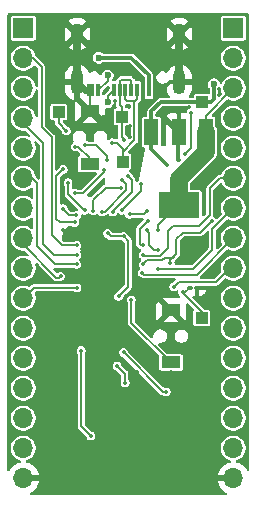
<source format=gbr>
%TF.GenerationSoftware,KiCad,Pcbnew,9.0.0*%
%TF.CreationDate,2025-05-15T12:24:39+09:00*%
%TF.ProjectId,Raspberry Pi Pico(Designed By TORICA),52617370-6265-4727-9279-205069205069,rev?*%
%TF.SameCoordinates,Original*%
%TF.FileFunction,Copper,L2,Bot*%
%TF.FilePolarity,Positive*%
%FSLAX46Y46*%
G04 Gerber Fmt 4.6, Leading zero omitted, Abs format (unit mm)*
G04 Created by KiCad (PCBNEW 9.0.0) date 2025-05-15 12:24:39*
%MOMM*%
%LPD*%
G01*
G04 APERTURE LIST*
G04 Aperture macros list*
%AMRoundRect*
0 Rectangle with rounded corners*
0 $1 Rounding radius*
0 $2 $3 $4 $5 $6 $7 $8 $9 X,Y pos of 4 corners*
0 Add a 4 corners polygon primitive as box body*
4,1,4,$2,$3,$4,$5,$6,$7,$8,$9,$2,$3,0*
0 Add four circle primitives for the rounded corners*
1,1,$1+$1,$2,$3*
1,1,$1+$1,$4,$5*
1,1,$1+$1,$6,$7*
1,1,$1+$1,$8,$9*
0 Add four rect primitives between the rounded corners*
20,1,$1+$1,$2,$3,$4,$5,0*
20,1,$1+$1,$4,$5,$6,$7,0*
20,1,$1+$1,$6,$7,$8,$9,0*
20,1,$1+$1,$8,$9,$2,$3,0*%
G04 Aperture macros list end*
%TA.AperFunction,ComponentPad*%
%ADD10R,1.700000X1.700000*%
%TD*%
%TA.AperFunction,ComponentPad*%
%ADD11O,1.700000X1.700000*%
%TD*%
%TA.AperFunction,SMDPad,CuDef*%
%ADD12RoundRect,0.100000X0.130000X0.100000X-0.130000X0.100000X-0.130000X-0.100000X0.130000X-0.100000X0*%
%TD*%
%TA.AperFunction,SMDPad,CuDef*%
%ADD13R,1.000000X1.000000*%
%TD*%
%TA.AperFunction,SMDPad,CuDef*%
%ADD14R,0.300000X1.140000*%
%TD*%
%TA.AperFunction,ComponentPad*%
%ADD15O,1.100000X1.800000*%
%TD*%
%TA.AperFunction,ComponentPad*%
%ADD16O,1.100000X2.100000*%
%TD*%
%TA.AperFunction,SMDPad,CuDef*%
%ADD17R,1.600000X1.050000*%
%TD*%
%TA.AperFunction,SMDPad,CuDef*%
%ADD18R,1.200000X2.200000*%
%TD*%
%TA.AperFunction,SMDPad,CuDef*%
%ADD19R,3.500000X2.200000*%
%TD*%
%TA.AperFunction,ViaPad*%
%ADD20C,0.350000*%
%TD*%
%TA.AperFunction,ViaPad*%
%ADD21C,0.600000*%
%TD*%
%TA.AperFunction,Conductor*%
%ADD22C,0.300000*%
%TD*%
%TA.AperFunction,Conductor*%
%ADD23C,0.200000*%
%TD*%
%TA.AperFunction,Conductor*%
%ADD24C,0.700000*%
%TD*%
%TA.AperFunction,Conductor*%
%ADD25C,0.600000*%
%TD*%
%TA.AperFunction,Conductor*%
%ADD26C,1.500000*%
%TD*%
G04 APERTURE END LIST*
D10*
%TO.P,J2,1,Pin_1*%
%TO.N,/GPIO0*%
X141110000Y-80500000D03*
D11*
%TO.P,J2,2,Pin_2*%
%TO.N,/GPIO1*%
X141110000Y-83040000D03*
%TO.P,J2,3,Pin_3*%
%TO.N,/GPIO2*%
X141110000Y-85580000D03*
%TO.P,J2,4,Pin_4*%
%TO.N,/GPIO3*%
X141110000Y-88120000D03*
%TO.P,J2,5,Pin_5*%
%TO.N,/GPIO4*%
X141110000Y-90660000D03*
%TO.P,J2,6,Pin_6*%
%TO.N,/GPIO5*%
X141110000Y-93200000D03*
%TO.P,J2,7,Pin_7*%
%TO.N,/GPIO6*%
X141110000Y-95740000D03*
%TO.P,J2,8,Pin_8*%
%TO.N,/GPIO7*%
X141110000Y-98280000D03*
%TO.P,J2,9,Pin_9*%
%TO.N,/GPIO8*%
X141110000Y-100820000D03*
%TO.P,J2,10,Pin_10*%
%TO.N,/GPIO9*%
X141110000Y-103360000D03*
%TO.P,J2,11,Pin_11*%
%TO.N,/GPIO10*%
X141110000Y-105900000D03*
%TO.P,J2,12,Pin_12*%
%TO.N,/GPIO11*%
X141110000Y-108440000D03*
%TO.P,J2,13,Pin_13*%
%TO.N,/GPIO12*%
X141110000Y-110980000D03*
%TO.P,J2,14,Pin_14*%
%TO.N,/GPIO13*%
X141110000Y-113520000D03*
%TO.P,J2,15,Pin_15*%
%TO.N,/GPIO14*%
X141110000Y-116060000D03*
%TO.P,J2,16,Pin_16*%
%TO.N,GND*%
X141110000Y-118600000D03*
%TD*%
D10*
%TO.P,J4,1,Pin_1*%
%TO.N,/VBUS*%
X158890000Y-80500000D03*
D11*
%TO.P,J4,2,Pin_2*%
%TO.N,/VSYS*%
X158890000Y-83040000D03*
%TO.P,J4,3,Pin_3*%
%TO.N,+3V3*%
X158890000Y-85580000D03*
%TO.P,J4,4,Pin_4*%
%TO.N,/GPIO28_ADC2*%
X158890000Y-88120000D03*
%TO.P,J4,5,Pin_5*%
%TO.N,/GPIO27_ADC1*%
X158890000Y-90660000D03*
%TO.P,J4,6,Pin_6*%
%TO.N,/GPIO26_ADC0*%
X158890000Y-93200000D03*
%TO.P,J4,7,Pin_7*%
%TO.N,/GPIO23*%
X158890000Y-95740000D03*
%TO.P,J4,8,Pin_8*%
%TO.N,/GPIO22*%
X158890000Y-98280000D03*
%TO.P,J4,9,Pin_9*%
%TO.N,/GPIO21*%
X158890000Y-100820000D03*
%TO.P,J4,10,Pin_10*%
%TO.N,/GPIO20*%
X158890000Y-103360000D03*
%TO.P,J4,11,Pin_11*%
%TO.N,/GPIO19*%
X158890000Y-105900000D03*
%TO.P,J4,12,Pin_12*%
%TO.N,/GPIO18*%
X158890000Y-108440000D03*
%TO.P,J4,13,Pin_13*%
%TO.N,/GPIO17*%
X158890000Y-110980000D03*
%TO.P,J4,14,Pin_14*%
%TO.N,/GPIO16*%
X158890000Y-113520000D03*
%TO.P,J4,15,Pin_15*%
%TO.N,/GPIO15*%
X158890000Y-116060000D03*
%TO.P,J4,16,Pin_16*%
%TO.N,GND*%
X158890000Y-118600000D03*
%TD*%
D12*
%TO.P,D1,1,K*%
%TO.N,GND*%
X155820000Y-102500000D03*
%TO.P,D1,2,A*%
%TO.N,Net-(D1-A)*%
X155180000Y-102500000D03*
%TD*%
D13*
%TO.P,T1,1,1*%
%TO.N,Net-(R9-Pad1)*%
X144100000Y-87600000D03*
%TD*%
D14*
%TO.P,J1,A1,GND*%
%TO.N,GND*%
X146650000Y-85750000D03*
%TO.P,J1,A4,VBUS*%
%TO.N,/VBUS*%
X147450000Y-85750000D03*
%TO.P,J1,A5,CC1*%
%TO.N,Net-(J1-CC1)*%
X148750000Y-85750000D03*
%TO.P,J1,A6,D+*%
%TO.N,/USB_D+*%
X149750000Y-85750000D03*
%TO.P,J1,A7,D-*%
%TO.N,/USB_D-*%
X150250000Y-85750000D03*
%TO.P,J1,B5,CC2*%
%TO.N,Net-(J1-CC2)*%
X151750000Y-85750000D03*
%TO.P,J1,B6,D+*%
%TO.N,/USB_D+*%
X150750000Y-85750000D03*
%TO.P,J1,B7,D-*%
%TO.N,/USB_D-*%
X149250000Y-85750000D03*
%TO.P,J1,B12,GND*%
%TO.N,GND*%
X146950000Y-85750000D03*
D15*
%TO.P,J1,S1,SHIELD*%
X145680000Y-81000000D03*
D16*
X145680000Y-85090000D03*
D15*
X154320000Y-81000000D03*
D16*
X154320000Y-85090000D03*
%TD*%
D17*
%TO.P,SW1,1,1*%
%TO.N,GND*%
X146750000Y-87525000D03*
%TO.P,SW1,2,2*%
%TO.N,Net-(R9-Pad1)*%
X146750000Y-91975000D03*
%TD*%
D13*
%TO.P,T3,1,1*%
%TO.N,/USB_D-*%
X149450000Y-88000000D03*
%TD*%
%TO.P,T2,1,1*%
%TO.N,Net-(D1-A)*%
X156200000Y-105050000D03*
%TD*%
%TO.P,T5,1,1*%
%TO.N,/VSYS*%
X156250000Y-86750000D03*
%TD*%
D17*
%TO.P,SW2,1,1*%
%TO.N,/RUN*%
X153600000Y-108800000D03*
%TO.P,SW2,2,2*%
%TO.N,GND*%
X153600000Y-104350000D03*
%TD*%
D13*
%TO.P,T4,1,1*%
%TO.N,/USB_D+*%
X149550000Y-91800000D03*
%TD*%
D18*
%TO.P,U3,1,IN*%
%TO.N,/VSYS*%
X151950000Y-89300000D03*
%TO.P,U3,2,GND*%
%TO.N,GND*%
X154250000Y-89300000D03*
D19*
%TO.P,U3,3,OUT*%
%TO.N,+3V3*%
X154250000Y-95500000D03*
D18*
X156550000Y-89300000D03*
%TD*%
D20*
%TO.N,GND*%
X148850000Y-86650000D03*
X147500000Y-109250000D03*
X145450000Y-103700000D03*
X152350000Y-103700000D03*
X154250000Y-91650000D03*
X151450000Y-103750000D03*
X157400000Y-103301000D03*
X150100000Y-89700000D03*
X153650000Y-104650000D03*
X142250000Y-106150000D03*
X142500000Y-101650000D03*
X156625000Y-98750000D03*
X152900000Y-90300000D03*
X153350000Y-106900000D03*
X150650000Y-93100000D03*
X142250000Y-100550000D03*
X149900000Y-87100000D03*
X152400000Y-87850000D03*
X149800000Y-103150000D03*
X153250000Y-112750000D03*
X155100000Y-99700000D03*
D21*
X148000000Y-88070000D03*
D20*
X151050000Y-103350000D03*
X157700000Y-85650000D03*
X142150000Y-107900000D03*
X154035876Y-103014124D03*
X155100000Y-87200000D03*
X149500000Y-105000000D03*
X155100000Y-106900000D03*
X157700000Y-86150000D03*
X155300000Y-105450000D03*
D21*
X153040689Y-86100000D03*
D20*
X150200000Y-92600000D03*
X148300000Y-85600000D03*
X143100000Y-107850000D03*
X146650000Y-106300000D03*
X150100000Y-88800000D03*
X144000000Y-108000000D03*
X157400000Y-116500000D03*
X144500000Y-97600000D03*
X152700000Y-109650000D03*
X153600000Y-109650000D03*
X150700000Y-109650000D03*
X155200000Y-98450000D03*
D21*
X154250000Y-87500000D03*
D20*
X150950000Y-102200000D03*
X153700000Y-107700000D03*
X146650000Y-94630000D03*
X149100000Y-108400000D03*
%TO.N,+3V3*%
X145485876Y-94464124D03*
X152550000Y-97600000D03*
X149600000Y-107950000D03*
X147935082Y-92527599D03*
X148173219Y-91695000D03*
X146329087Y-90396730D03*
X153197279Y-111295000D03*
%TO.N,+1V1*%
X149173376Y-103198376D03*
X148249999Y-97878668D03*
X149600000Y-98125000D03*
%TO.N,/VSYS*%
X153250000Y-92050000D03*
D21*
X157250000Y-85250000D03*
D20*
%TO.N,Net-(D1-A)*%
X154610000Y-102875000D03*
D21*
%TO.N,Net-(J1-CC1)*%
X148250000Y-86750000D03*
%TO.N,Net-(J1-CC2)*%
X147500000Y-83000000D03*
D20*
%TO.N,/GPIO1*%
X145641168Y-98887501D03*
%TO.N,/GPIO3*%
X145641168Y-99687500D03*
%TO.N,/GPIO7*%
X144256250Y-101506250D03*
%TO.N,/GPIO5*%
X145641168Y-100487501D03*
%TO.N,/GPIO9*%
X145641168Y-102487500D03*
%TO.N,/USB_D-*%
X149650000Y-89950000D03*
%TO.N,/USB_D+*%
X148650000Y-90200000D03*
%TO.N,/GPIO15*%
X146825000Y-115025000D03*
X146000000Y-107800000D03*
%TO.N,/GPIO22*%
X151174943Y-101212500D03*
%TO.N,/GPIO26_ADC0*%
X151258832Y-99687499D03*
%TO.N,/GPIO27_ADC1*%
X152516168Y-99287500D03*
X151538268Y-97612500D03*
%TO.N,/GPIO28_ADC2*%
X151650000Y-96800000D03*
X151258832Y-98887499D03*
%TO.N,/GPIO21*%
X153850000Y-102400000D03*
%TO.N,Net-(U1-USB_DP)*%
X149450000Y-95900000D03*
X151099386Y-93702747D03*
%TO.N,Net-(U1-USB_DM)*%
X151600000Y-95950000D03*
X150100000Y-96250000D03*
%TO.N,/XOUT*%
X149050000Y-109100000D03*
X149725000Y-110525000D03*
%TO.N,Net-(R9-Pad1)*%
X144750000Y-89200000D03*
X145507109Y-90524795D03*
%TO.N,/QSPI_SS*%
X144475000Y-92450000D03*
X145465000Y-96950000D03*
%TO.N,/GPIO24*%
X154759011Y-91150000D03*
X151258832Y-100487499D03*
X153550000Y-100415306D03*
X155300000Y-87645000D03*
X157051001Y-96822751D03*
%TO.N,/GPIO23*%
X152520364Y-100890306D03*
%TO.N,/RUN*%
X150250000Y-103496332D03*
%TO.N,/QSPI_SD2*%
X144894000Y-93600000D03*
X146304956Y-95921494D03*
%TO.N,/QSPI_SCLK*%
X149450000Y-93350000D03*
X147750000Y-96050000D03*
%TO.N,/QSPI_SD0*%
X149350000Y-94000000D03*
X147047872Y-95968781D03*
%TO.N,/QSPI_SD1*%
X144474999Y-95778749D03*
X145600000Y-96350000D03*
%TO.N,/QSPI_SD3*%
X150000000Y-93050000D03*
X148660876Y-96060876D03*
D21*
%TO.N,/VBUS*%
X148250000Y-84500000D03*
%TD*%
D22*
%TO.N,GND*%
X154233011Y-89316989D02*
X154233011Y-91633011D01*
D23*
X156599000Y-102500000D02*
X157400000Y-103301000D01*
X155200000Y-98450000D02*
X155200000Y-98650000D01*
D22*
X153510000Y-85090000D02*
X154320000Y-85090000D01*
D23*
X156625000Y-98750000D02*
X156375000Y-99000000D01*
X146750000Y-85850000D02*
X146650000Y-85750000D01*
X155200000Y-98650000D02*
X155550000Y-99000000D01*
X146650000Y-87425000D02*
X146750000Y-87525000D01*
D24*
X154320000Y-81000000D02*
X154320000Y-85090000D01*
D25*
X146340000Y-85750000D02*
X145680000Y-85090000D01*
D24*
X145680000Y-85090000D02*
X145680000Y-81000000D01*
D22*
X154233011Y-91633011D02*
X154250000Y-91650000D01*
D25*
X146650000Y-85750000D02*
X146340000Y-85750000D01*
D22*
X153040689Y-86100000D02*
X153040689Y-85559311D01*
D23*
X148000000Y-88070000D02*
X147750000Y-88070000D01*
X146750000Y-87525000D02*
X146750000Y-85850000D01*
X155820000Y-102500000D02*
X156599000Y-102500000D01*
D22*
X154250000Y-89300000D02*
X154250000Y-87500000D01*
D23*
X147750000Y-88070000D02*
X147205000Y-87525000D01*
X157400000Y-116500000D02*
X157400000Y-103301000D01*
X156375000Y-99000000D02*
X155550000Y-99000000D01*
D22*
X154250000Y-89300000D02*
X154233011Y-89316989D01*
X153040689Y-85559311D02*
X153510000Y-85090000D01*
D23*
X147205000Y-87525000D02*
X146750000Y-87525000D01*
%TO.N,+3V3*%
X153197279Y-111295000D02*
X153176660Y-111274381D01*
X153176660Y-111274381D02*
X152924381Y-111274381D01*
X152550000Y-97600000D02*
X152550000Y-97150000D01*
X146187876Y-94464124D02*
X147935082Y-92716918D01*
X148173219Y-91323219D02*
X148173219Y-91695000D01*
X147600000Y-90750000D02*
X148173219Y-91323219D01*
D26*
X154250000Y-93250000D02*
X154250000Y-95500000D01*
D23*
X147246730Y-90396730D02*
X147600000Y-90750000D01*
X152550000Y-97150000D02*
X154200000Y-95500000D01*
X145485876Y-94464124D02*
X146187876Y-94464124D01*
X154200000Y-95500000D02*
X154250000Y-95500000D01*
D26*
X156550000Y-90950000D02*
X154250000Y-93250000D01*
D23*
X156550000Y-87920000D02*
X156550000Y-89300000D01*
X152924381Y-111274381D02*
X149600000Y-107950000D01*
X147935082Y-92716918D02*
X147935082Y-92527599D01*
D26*
X156550000Y-89300000D02*
X156550000Y-90950000D01*
D23*
X146329087Y-90396730D02*
X147246730Y-90396730D01*
X158890000Y-85580000D02*
X156550000Y-87920000D01*
%TO.N,+1V1*%
X148496331Y-98125000D02*
X149600000Y-98125000D01*
X150000000Y-102371752D02*
X150000000Y-98525000D01*
X149173376Y-103198376D02*
X150000000Y-102371752D01*
X148249999Y-97878668D02*
X148496331Y-98125000D01*
X150000000Y-98525000D02*
X149600000Y-98125000D01*
D22*
%TO.N,/VSYS*%
X152750000Y-86750000D02*
X156250000Y-86750000D01*
X157250000Y-86500000D02*
X157250000Y-85250000D01*
X156250000Y-86750000D02*
X157000000Y-86750000D01*
X157000000Y-86750000D02*
X157250000Y-86500000D01*
X151950000Y-89300000D02*
X151950000Y-87550000D01*
X151950000Y-90750000D02*
X153250000Y-92050000D01*
X151950000Y-87550000D02*
X152750000Y-86750000D01*
X151950000Y-89300000D02*
X151950000Y-90750000D01*
D23*
%TO.N,Net-(D1-A)*%
X154610000Y-102935000D02*
X154610000Y-102875000D01*
X154805000Y-102875000D02*
X155180000Y-102500000D01*
X156200000Y-104525000D02*
X154610000Y-102935000D01*
X154610000Y-102875000D02*
X154805000Y-102875000D01*
X156200000Y-105050000D02*
X156200000Y-104525000D01*
%TO.N,Net-(J1-CC1)*%
X148250000Y-86250000D02*
X148750000Y-85750000D01*
X148250000Y-86750000D02*
X148250000Y-86250000D01*
D22*
%TO.N,Net-(J1-CC2)*%
X151750000Y-85500000D02*
X151750000Y-84500000D01*
X151750000Y-84500000D02*
X150250000Y-83000000D01*
X150250000Y-83000000D02*
X147500000Y-83000000D01*
D23*
%TO.N,/GPIO1*%
X144387501Y-98887501D02*
X145641168Y-98887501D01*
X142650000Y-88850000D02*
X143500000Y-89700000D01*
X141110000Y-83040000D02*
X141890000Y-83040000D01*
X142650000Y-83800000D02*
X142650000Y-88850000D01*
X143500000Y-89700000D02*
X143500000Y-98000000D01*
X143500000Y-98000000D02*
X144387501Y-98887501D01*
X141890000Y-83040000D02*
X142650000Y-83800000D01*
%TO.N,/GPIO3*%
X142800000Y-98800000D02*
X142800000Y-90250000D01*
X142800000Y-90250000D02*
X141110000Y-88560000D01*
X145641168Y-99687500D02*
X143687500Y-99687500D01*
X141110000Y-88560000D02*
X141110000Y-88120000D01*
X143687500Y-99687500D02*
X142800000Y-98800000D01*
%TO.N,/GPIO7*%
X144150000Y-101612500D02*
X143912500Y-101612500D01*
X144256250Y-101506250D02*
X144150000Y-101612500D01*
X143912500Y-101612500D02*
X141110000Y-98810000D01*
X141110000Y-98810000D02*
X141110000Y-98280000D01*
%TO.N,/GPIO5*%
X142261000Y-97803240D02*
X142250000Y-97792240D01*
X145641168Y-100487501D02*
X143787501Y-100487501D01*
X143787501Y-100487501D02*
X142250000Y-98950000D01*
X142250000Y-98767760D02*
X142261000Y-98756760D01*
X142250000Y-93650000D02*
X141800000Y-93200000D01*
X142250000Y-95252240D02*
X142250000Y-93650000D01*
X142250000Y-98950000D02*
X142250000Y-98767760D01*
X142261000Y-95263240D02*
X142250000Y-95252240D01*
X142261000Y-96216760D02*
X142261000Y-95263240D01*
X142261000Y-98756760D02*
X142261000Y-97803240D01*
X141800000Y-93200000D02*
X141110000Y-93200000D01*
X142250000Y-97792240D02*
X142250000Y-96227760D01*
X142250000Y-96227760D02*
X142261000Y-96216760D01*
%TO.N,/GPIO9*%
X141982500Y-102487500D02*
X141110000Y-103360000D01*
X145641168Y-102487500D02*
X141982500Y-102487500D01*
%TO.N,/USB_D-*%
X149450000Y-87200000D02*
X149250000Y-87000000D01*
X149450000Y-89750000D02*
X149650000Y-89950000D01*
X149250000Y-85000000D02*
X149400000Y-84850000D01*
X149250000Y-85750000D02*
X149250000Y-85000000D01*
X150250000Y-84950000D02*
X150250000Y-85750000D01*
X149450000Y-88000000D02*
X149450000Y-89750000D01*
X150150000Y-84850000D02*
X150250000Y-84950000D01*
X149250000Y-87000000D02*
X149250000Y-85750000D01*
X149400000Y-84850000D02*
X150150000Y-84850000D01*
X149450000Y-88000000D02*
X149450000Y-87200000D01*
%TO.N,/USB_D+*%
X150750000Y-85750000D02*
X150750000Y-86500000D01*
X150500000Y-90000000D02*
X150500000Y-86750000D01*
X149900000Y-86650000D02*
X149750000Y-86500000D01*
X149550000Y-90750000D02*
X149550000Y-90950000D01*
X149550000Y-90950000D02*
X149550000Y-91800000D01*
X150600000Y-86650000D02*
X150750000Y-86500000D01*
X150600000Y-86650000D02*
X149900000Y-86650000D01*
X150500000Y-90000000D02*
X149550000Y-90950000D01*
X150500000Y-86750000D02*
X150600000Y-86650000D01*
X149000000Y-90200000D02*
X149550000Y-90750000D01*
X148650000Y-90200000D02*
X149000000Y-90200000D01*
X149750000Y-86500000D02*
X149750000Y-85750000D01*
%TO.N,/GPIO15*%
X146000000Y-114200000D02*
X146825000Y-115025000D01*
X146000000Y-107800000D02*
X146000000Y-114200000D01*
%TO.N,/GPIO22*%
X151174943Y-101212500D02*
X151328749Y-101366306D01*
X155803694Y-101366306D02*
X158890000Y-98280000D01*
X151328749Y-101366306D02*
X155803694Y-101366306D01*
%TO.N,/GPIO26_ADC0*%
X151258832Y-99687499D02*
X151334833Y-99763500D01*
X151334833Y-99763500D02*
X152713334Y-99763500D01*
X157750000Y-93200000D02*
X158890000Y-93200000D01*
X156900000Y-96302000D02*
X156900000Y-94050000D01*
X153350000Y-99126834D02*
X153350000Y-97650000D01*
X155952000Y-97250000D02*
X156900000Y-96302000D01*
X152713334Y-99763500D02*
X153350000Y-99126834D01*
X153350000Y-97650000D02*
X153750000Y-97250000D01*
X156900000Y-94050000D02*
X157750000Y-93200000D01*
X153750000Y-97250000D02*
X155952000Y-97250000D01*
%TO.N,/GPIO27_ADC1*%
X151734832Y-97809064D02*
X151538268Y-97612500D01*
X151734832Y-98884832D02*
X151734832Y-98700000D01*
X151734832Y-98700000D02*
X151734832Y-97809064D01*
X152137500Y-99287500D02*
X151734832Y-98884832D01*
X152516168Y-99287500D02*
X152137500Y-99287500D01*
%TO.N,/GPIO28_ADC2*%
X150950000Y-97500000D02*
X151650000Y-96800000D01*
X151087499Y-98887499D02*
X150950000Y-98750000D01*
X151258832Y-98887499D02*
X151087499Y-98887499D01*
X150950000Y-98750000D02*
X150950000Y-97500000D01*
%TO.N,/GPIO21*%
X154250000Y-102000000D02*
X157400000Y-102000000D01*
X153850000Y-102400000D02*
X154250000Y-102000000D01*
X157400000Y-102000000D02*
X158580000Y-100820000D01*
X158580000Y-100820000D02*
X158890000Y-100820000D01*
%TO.N,Net-(U1-USB_DP)*%
X151100000Y-93703361D02*
X151100000Y-94250000D01*
X151099386Y-93702747D02*
X151100000Y-93703361D01*
X151100000Y-94250000D02*
X149450000Y-95900000D01*
%TO.N,Net-(U1-USB_DM)*%
X150100000Y-96250000D02*
X151300000Y-96250000D01*
X151300000Y-96250000D02*
X151600000Y-95950000D01*
%TO.N,/XOUT*%
X149050000Y-109100000D02*
X149700000Y-109750000D01*
X149700000Y-110500000D02*
X149725000Y-110525000D01*
X149700000Y-109750000D02*
X149700000Y-110500000D01*
%TO.N,Net-(R9-Pad1)*%
X145774795Y-90524795D02*
X145507109Y-90524795D01*
X144100000Y-88550000D02*
X144100000Y-87600000D01*
X146750000Y-91975000D02*
X146750000Y-91500000D01*
X144750000Y-89200000D02*
X144100000Y-88550000D01*
X146750000Y-91500000D02*
X145774795Y-90524795D01*
%TO.N,/QSPI_SS*%
X144200000Y-96950000D02*
X143900000Y-96650000D01*
X145465000Y-96950000D02*
X144200000Y-96950000D01*
X143900000Y-96650000D02*
X143900000Y-93025000D01*
X143900000Y-93025000D02*
X144475000Y-92450000D01*
%TO.N,/GPIO24*%
X154075000Y-99625000D02*
X154075000Y-98375000D01*
X152879434Y-100164500D02*
X153093934Y-99950000D01*
X156073752Y-97800000D02*
X157051001Y-96822751D01*
X154759011Y-91150000D02*
X155300000Y-90609011D01*
X155300000Y-90609011D02*
X155300000Y-87645000D01*
X153750000Y-99950000D02*
X154075000Y-99625000D01*
X153550000Y-100415306D02*
X153591559Y-100415306D01*
X151581831Y-100164500D02*
X152879434Y-100164500D01*
X151258832Y-100487499D02*
X151581831Y-100164500D01*
X153093934Y-99950000D02*
X153750000Y-99950000D01*
X154075000Y-98375000D02*
X154650000Y-97800000D01*
X153550000Y-100150000D02*
X154075000Y-99625000D01*
X153550000Y-100415306D02*
X153550000Y-100150000D01*
X154650000Y-97800000D02*
X156073752Y-97800000D01*
%TO.N,/GPIO23*%
X152520364Y-100890306D02*
X155459694Y-100890306D01*
X158890000Y-96260000D02*
X158890000Y-95740000D01*
X157100000Y-97530000D02*
X158890000Y-95740000D01*
X157100000Y-99250000D02*
X157100000Y-97530000D01*
X155459694Y-100890306D02*
X157100000Y-99250000D01*
%TO.N,/RUN*%
X150250000Y-103496332D02*
X150250000Y-105450000D01*
X150250000Y-105450000D02*
X153600000Y-108800000D01*
%TO.N,/QSPI_SD2*%
X146304956Y-95921494D02*
X146271494Y-95921494D01*
X144894000Y-94544000D02*
X144894000Y-93600000D01*
X146271494Y-95921494D02*
X144894000Y-94544000D01*
%TO.N,/QSPI_SCLK*%
X149826000Y-94224000D02*
X149826000Y-93676000D01*
X149826000Y-94224000D02*
X148000000Y-96050000D01*
X149826000Y-93676000D02*
X149500000Y-93350000D01*
X148000000Y-96050000D02*
X147750000Y-96050000D01*
X149500000Y-93350000D02*
X149450000Y-93350000D01*
%TO.N,/QSPI_SD0*%
X147047872Y-95052128D02*
X148100000Y-94000000D01*
X148100000Y-94000000D02*
X149350000Y-94000000D01*
X147047872Y-95968781D02*
X147047872Y-95052128D01*
%TO.N,/QSPI_SD1*%
X144474999Y-95824999D02*
X145000000Y-96350000D01*
X145000000Y-96350000D02*
X145600000Y-96350000D01*
X144474999Y-95778749D02*
X144474999Y-95824999D01*
%TO.N,/QSPI_SD3*%
X150300000Y-93350000D02*
X150000000Y-93050000D01*
X150300000Y-94376834D02*
X150300000Y-93350000D01*
X148660876Y-96060876D02*
X148660876Y-96015958D01*
X148660876Y-96015958D02*
X150300000Y-94376834D01*
%TO.N,/VBUS*%
X148250000Y-84500000D02*
X148250000Y-84950000D01*
X148250000Y-84950000D02*
X147450000Y-85750000D01*
%TD*%
%TA.AperFunction,Conductor*%
%TO.N,GND*%
G36*
X156745445Y-97650021D02*
G01*
X156788710Y-97693286D01*
X156799500Y-97738231D01*
X156799500Y-99084521D01*
X156780593Y-99142712D01*
X156770504Y-99154525D01*
X155364219Y-100560810D01*
X155309702Y-100588587D01*
X155294215Y-100589806D01*
X154021008Y-100589806D01*
X153962817Y-100570899D01*
X153926853Y-100521399D01*
X153925541Y-100471290D01*
X153924653Y-100471173D01*
X153925391Y-100465560D01*
X153925382Y-100465182D01*
X153925499Y-100464743D01*
X153925500Y-100464740D01*
X153925500Y-100365872D01*
X153920982Y-100349011D01*
X153905128Y-100289842D01*
X153908330Y-100228743D01*
X153930749Y-100194220D01*
X154315460Y-99809511D01*
X154333325Y-99778566D01*
X154340877Y-99765488D01*
X154346245Y-99756188D01*
X154355021Y-99740989D01*
X154375500Y-99664562D01*
X154375500Y-98540479D01*
X154394407Y-98482288D01*
X154404496Y-98470475D01*
X154745475Y-98129496D01*
X154799992Y-98101719D01*
X154815479Y-98100500D01*
X156113315Y-98100500D01*
X156113315Y-98100499D01*
X156189741Y-98080021D01*
X156258263Y-98040460D01*
X156314212Y-97984511D01*
X156630496Y-97668227D01*
X156685013Y-97640450D01*
X156745445Y-97650021D01*
G37*
%TD.AperFunction*%
%TA.AperFunction,Conductor*%
G36*
X147986732Y-93186980D02*
G01*
X148029997Y-93230245D01*
X148040759Y-93277542D01*
X148032208Y-93637329D01*
X148011923Y-93695054D01*
X147982737Y-93720713D01*
X147915490Y-93759538D01*
X147915488Y-93759540D01*
X146944394Y-94730632D01*
X146889878Y-94758409D01*
X146869755Y-94759519D01*
X146565954Y-94745278D01*
X146508713Y-94723667D01*
X146475106Y-94672537D01*
X146477971Y-94611419D01*
X146500582Y-94576388D01*
X147871785Y-93205184D01*
X147926300Y-93177409D01*
X147986732Y-93186980D01*
G37*
%TD.AperFunction*%
%TA.AperFunction,Conductor*%
G36*
X155187494Y-87119407D02*
G01*
X155223458Y-87168907D01*
X155223458Y-87230093D01*
X155187494Y-87279593D01*
X155160914Y-87292270D01*
X155161054Y-87292608D01*
X155155058Y-87295091D01*
X155069440Y-87344523D01*
X154999523Y-87414440D01*
X154950091Y-87500057D01*
X154924500Y-87595566D01*
X154924500Y-87601000D01*
X154905593Y-87659191D01*
X154856093Y-87695155D01*
X154825500Y-87700000D01*
X153602176Y-87700000D01*
X153542629Y-87706401D01*
X153542618Y-87706403D01*
X153407911Y-87756646D01*
X153407909Y-87756647D01*
X153292815Y-87842807D01*
X153292810Y-87842812D01*
X153230114Y-87926561D01*
X154356772Y-89053219D01*
X154384549Y-89107736D01*
X154374978Y-89168168D01*
X154356772Y-89193227D01*
X154143227Y-89406772D01*
X154088710Y-89434549D01*
X154028278Y-89424978D01*
X154003219Y-89406772D01*
X153150000Y-88553553D01*
X153150000Y-90396647D01*
X153131093Y-90454838D01*
X153081593Y-90490802D01*
X153032354Y-90493875D01*
X152830854Y-90455232D01*
X152777266Y-90425703D01*
X152751269Y-90370316D01*
X152750500Y-90358004D01*
X152750500Y-88180253D01*
X152750498Y-88180241D01*
X152743074Y-88142921D01*
X152738867Y-88121769D01*
X152694552Y-88055448D01*
X152694548Y-88055445D01*
X152628233Y-88011134D01*
X152628231Y-88011133D01*
X152628228Y-88011132D01*
X152628227Y-88011132D01*
X152569758Y-87999501D01*
X152569748Y-87999500D01*
X152569747Y-87999500D01*
X152399500Y-87999500D01*
X152384588Y-87994655D01*
X152368907Y-87994655D01*
X152356221Y-87985438D01*
X152341309Y-87980593D01*
X152332092Y-87967907D01*
X152319407Y-87958691D01*
X152314561Y-87943778D01*
X152305345Y-87931093D01*
X152300500Y-87900500D01*
X152300500Y-87736190D01*
X152319407Y-87677999D01*
X152329496Y-87666186D01*
X152866186Y-87129496D01*
X152920703Y-87101719D01*
X152936190Y-87100500D01*
X155129303Y-87100500D01*
X155187494Y-87119407D01*
G37*
%TD.AperFunction*%
%TA.AperFunction,Conductor*%
G36*
X150161789Y-88681897D02*
G01*
X150195783Y-88732770D01*
X150199500Y-88759644D01*
X150199500Y-89797962D01*
X150180593Y-89856153D01*
X150131093Y-89892117D01*
X150069907Y-89892117D01*
X150020407Y-89856153D01*
X150004874Y-89823586D01*
X149999910Y-89805062D01*
X149999908Y-89805058D01*
X149950476Y-89719440D01*
X149950475Y-89719438D01*
X149880562Y-89649525D01*
X149869453Y-89643111D01*
X149799999Y-89603011D01*
X149759059Y-89557541D01*
X149750500Y-89517275D01*
X149750500Y-88799500D01*
X149769407Y-88741309D01*
X149818907Y-88705345D01*
X149849500Y-88700500D01*
X149969747Y-88700500D01*
X149969748Y-88700500D01*
X150028231Y-88688867D01*
X150045499Y-88677328D01*
X150104385Y-88660720D01*
X150161789Y-88681897D01*
G37*
%TD.AperFunction*%
%TA.AperFunction,Conductor*%
G36*
X149845446Y-86946482D02*
G01*
X149860438Y-86950500D01*
X150100500Y-86950500D01*
X150158691Y-86969407D01*
X150194655Y-87018907D01*
X150199500Y-87049500D01*
X150199500Y-87240355D01*
X150180593Y-87298546D01*
X150131093Y-87334510D01*
X150069907Y-87334510D01*
X150045499Y-87322671D01*
X150028233Y-87311134D01*
X150028231Y-87311133D01*
X150028228Y-87311132D01*
X150028227Y-87311132D01*
X149969758Y-87299501D01*
X149969748Y-87299500D01*
X149969747Y-87299500D01*
X149849500Y-87299500D01*
X149791309Y-87280593D01*
X149755345Y-87231093D01*
X149750500Y-87200500D01*
X149750500Y-87160439D01*
X149750500Y-87160438D01*
X149738590Y-87115989D01*
X149738590Y-87115988D01*
X149738590Y-87115987D01*
X149730023Y-87084016D01*
X149730022Y-87084012D01*
X149730019Y-87084007D01*
X149728356Y-87079991D01*
X149727027Y-87063101D01*
X149720958Y-87047289D01*
X149724688Y-87033367D01*
X149723558Y-87018994D01*
X149732410Y-87004549D01*
X149736795Y-86988188D01*
X149747997Y-86979116D01*
X149755530Y-86966826D01*
X149771180Y-86960344D01*
X149784345Y-86949684D01*
X149798740Y-86948929D01*
X149812059Y-86943414D01*
X149845446Y-86946482D01*
G37*
%TD.AperFunction*%
%TA.AperFunction,Conductor*%
G36*
X157768738Y-85507012D02*
G01*
X157777558Y-85507627D01*
X157794694Y-85521997D01*
X157814070Y-85533183D01*
X157817666Y-85541261D01*
X157824441Y-85546942D01*
X157829858Y-85568644D01*
X157838957Y-85589078D01*
X157839500Y-85599429D01*
X157839500Y-85683467D01*
X157879869Y-85886418D01*
X157936196Y-86022402D01*
X157940997Y-86083399D01*
X157914736Y-86130291D01*
X157769504Y-86275524D01*
X157714987Y-86303302D01*
X157654555Y-86293731D01*
X157611291Y-86250466D01*
X157600500Y-86205521D01*
X157600500Y-85648321D01*
X157601605Y-85644917D01*
X157600739Y-85641445D01*
X157607696Y-85626171D01*
X157619407Y-85590130D01*
X157623642Y-85584708D01*
X157626426Y-85581387D01*
X157650500Y-85557314D01*
X157659088Y-85542438D01*
X157664642Y-85535816D01*
X157683608Y-85523956D01*
X157700231Y-85508989D01*
X157709024Y-85508064D01*
X157716521Y-85503377D01*
X157738834Y-85504930D01*
X157761081Y-85502592D01*
X157768738Y-85507012D01*
G37*
%TD.AperFunction*%
%TA.AperFunction,Conductor*%
G36*
X148345445Y-85376269D02*
G01*
X148388710Y-85419534D01*
X148399500Y-85464479D01*
X148399500Y-85634521D01*
X148380593Y-85692712D01*
X148370504Y-85704525D01*
X148065489Y-86009540D01*
X148065488Y-86009539D01*
X148009540Y-86065488D01*
X147985236Y-86107584D01*
X147939766Y-86148525D01*
X147878915Y-86154919D01*
X147825928Y-86124326D01*
X147801042Y-86068430D01*
X147800500Y-86058083D01*
X147800500Y-85865479D01*
X147819407Y-85807288D01*
X147829496Y-85795475D01*
X148230496Y-85394475D01*
X148285013Y-85366698D01*
X148345445Y-85376269D01*
G37*
%TD.AperFunction*%
%TA.AperFunction,Conductor*%
G36*
X160209191Y-79268907D02*
G01*
X160245155Y-79318407D01*
X160250000Y-79349000D01*
X160250000Y-117883155D01*
X160231093Y-117941346D01*
X160181593Y-117977310D01*
X160120407Y-117977310D01*
X160070907Y-117941346D01*
X160062791Y-117928101D01*
X160044626Y-117892451D01*
X160044625Y-117892449D01*
X159919722Y-117720535D01*
X159769464Y-117570277D01*
X159597552Y-117445375D01*
X159408215Y-117348904D01*
X159206122Y-117283241D01*
X159151822Y-117274640D01*
X159097306Y-117246862D01*
X159069529Y-117192345D01*
X159079101Y-117131913D01*
X159122366Y-117088649D01*
X159147993Y-117079762D01*
X159196420Y-117070130D01*
X159387598Y-116990941D01*
X159559655Y-116875977D01*
X159705977Y-116729655D01*
X159820941Y-116557598D01*
X159900130Y-116366420D01*
X159940500Y-116163465D01*
X159940500Y-115956535D01*
X159900130Y-115753580D01*
X159820941Y-115562402D01*
X159705977Y-115390345D01*
X159559655Y-115244023D01*
X159559651Y-115244020D01*
X159387597Y-115129058D01*
X159196418Y-115049869D01*
X158993467Y-115009500D01*
X158993465Y-115009500D01*
X158786535Y-115009500D01*
X158786532Y-115009500D01*
X158583581Y-115049869D01*
X158392402Y-115129058D01*
X158220348Y-115244020D01*
X158074020Y-115390348D01*
X157959058Y-115562402D01*
X157879869Y-115753581D01*
X157839500Y-115956532D01*
X157839500Y-116163467D01*
X157879869Y-116366418D01*
X157959058Y-116557597D01*
X157959059Y-116557598D01*
X158074023Y-116729655D01*
X158220345Y-116875977D01*
X158392402Y-116990941D01*
X158583580Y-117070130D01*
X158632003Y-117079762D01*
X158685386Y-117109657D01*
X158711003Y-117165221D01*
X158699067Y-117225231D01*
X158654138Y-117266765D01*
X158628177Y-117274640D01*
X158573877Y-117283241D01*
X158371784Y-117348904D01*
X158182447Y-117445375D01*
X158010535Y-117570277D01*
X157860277Y-117720535D01*
X157735375Y-117892447D01*
X157638904Y-118081784D01*
X157573241Y-118283877D01*
X157562768Y-118349999D01*
X157562769Y-118350000D01*
X158456988Y-118350000D01*
X158424075Y-118407007D01*
X158390000Y-118534174D01*
X158390000Y-118665826D01*
X158424075Y-118792993D01*
X158456988Y-118850000D01*
X157562769Y-118850000D01*
X157573241Y-118916122D01*
X157638904Y-119118215D01*
X157735375Y-119307552D01*
X157860277Y-119479464D01*
X158010535Y-119629722D01*
X158182447Y-119754624D01*
X158296606Y-119812790D01*
X158339871Y-119856055D01*
X158349442Y-119916487D01*
X158321665Y-119971003D01*
X158267148Y-119998781D01*
X158251661Y-120000000D01*
X141748339Y-120000000D01*
X141690148Y-119981093D01*
X141654184Y-119931593D01*
X141654184Y-119870407D01*
X141690148Y-119820907D01*
X141703394Y-119812790D01*
X141817552Y-119754624D01*
X141989464Y-119629722D01*
X142139722Y-119479464D01*
X142264624Y-119307552D01*
X142361095Y-119118215D01*
X142426758Y-118916122D01*
X142437231Y-118850000D01*
X141543012Y-118850000D01*
X141575925Y-118792993D01*
X141610000Y-118665826D01*
X141610000Y-118534174D01*
X141575925Y-118407007D01*
X141543012Y-118350000D01*
X142437231Y-118350000D01*
X142437231Y-118349999D01*
X142426758Y-118283877D01*
X142361095Y-118081784D01*
X142264624Y-117892447D01*
X142139722Y-117720535D01*
X141989464Y-117570277D01*
X141817552Y-117445375D01*
X141628215Y-117348904D01*
X141426122Y-117283241D01*
X141371822Y-117274640D01*
X141317306Y-117246862D01*
X141289529Y-117192345D01*
X141299101Y-117131913D01*
X141342366Y-117088649D01*
X141367993Y-117079762D01*
X141416420Y-117070130D01*
X141607598Y-116990941D01*
X141779655Y-116875977D01*
X141925977Y-116729655D01*
X142040941Y-116557598D01*
X142120130Y-116366420D01*
X142160500Y-116163465D01*
X142160500Y-115956535D01*
X142120130Y-115753580D01*
X142040941Y-115562402D01*
X141925977Y-115390345D01*
X141779655Y-115244023D01*
X141779651Y-115244020D01*
X141607597Y-115129058D01*
X141416418Y-115049869D01*
X141213467Y-115009500D01*
X141213465Y-115009500D01*
X141006535Y-115009500D01*
X141006532Y-115009500D01*
X140803581Y-115049869D01*
X140612402Y-115129058D01*
X140440348Y-115244020D01*
X140294020Y-115390348D01*
X140179058Y-115562402D01*
X140099869Y-115753581D01*
X140059500Y-115956532D01*
X140059500Y-116163467D01*
X140099869Y-116366418D01*
X140179058Y-116557597D01*
X140179059Y-116557598D01*
X140294023Y-116729655D01*
X140440345Y-116875977D01*
X140612402Y-116990941D01*
X140803580Y-117070130D01*
X140852003Y-117079762D01*
X140905386Y-117109657D01*
X140931003Y-117165221D01*
X140919067Y-117225231D01*
X140874138Y-117266765D01*
X140848177Y-117274640D01*
X140793877Y-117283241D01*
X140591784Y-117348904D01*
X140402447Y-117445375D01*
X140230535Y-117570277D01*
X140080277Y-117720535D01*
X139955374Y-117892449D01*
X139955373Y-117892451D01*
X139937209Y-117928101D01*
X139893944Y-117971365D01*
X139833512Y-117980936D01*
X139778996Y-117953158D01*
X139751219Y-117898641D01*
X139750000Y-117883155D01*
X139750000Y-113416532D01*
X140059500Y-113416532D01*
X140059500Y-113623467D01*
X140099869Y-113826418D01*
X140179058Y-114017597D01*
X140217767Y-114075529D01*
X140294023Y-114189655D01*
X140440345Y-114335977D01*
X140612402Y-114450941D01*
X140803580Y-114530130D01*
X141006535Y-114570500D01*
X141006536Y-114570500D01*
X141213464Y-114570500D01*
X141213465Y-114570500D01*
X141416420Y-114530130D01*
X141607598Y-114450941D01*
X141779655Y-114335977D01*
X141925977Y-114189655D01*
X142040941Y-114017598D01*
X142120130Y-113826420D01*
X142160500Y-113623465D01*
X142160500Y-113416535D01*
X142120130Y-113213580D01*
X142040941Y-113022402D01*
X141925977Y-112850345D01*
X141779655Y-112704023D01*
X141607598Y-112589059D01*
X141607599Y-112589059D01*
X141607597Y-112589058D01*
X141416418Y-112509869D01*
X141213467Y-112469500D01*
X141213465Y-112469500D01*
X141006535Y-112469500D01*
X141006532Y-112469500D01*
X140803581Y-112509869D01*
X140612402Y-112589058D01*
X140440348Y-112704020D01*
X140294020Y-112850348D01*
X140179058Y-113022402D01*
X140099869Y-113213581D01*
X140059500Y-113416532D01*
X139750000Y-113416532D01*
X139750000Y-110876532D01*
X140059500Y-110876532D01*
X140059500Y-111083467D01*
X140099869Y-111286418D01*
X140179058Y-111477597D01*
X140294020Y-111649651D01*
X140294023Y-111649655D01*
X140440345Y-111795977D01*
X140612402Y-111910941D01*
X140803580Y-111990130D01*
X141006535Y-112030500D01*
X141006536Y-112030500D01*
X141213464Y-112030500D01*
X141213465Y-112030500D01*
X141416420Y-111990130D01*
X141607598Y-111910941D01*
X141779655Y-111795977D01*
X141925977Y-111649655D01*
X142040941Y-111477598D01*
X142120130Y-111286420D01*
X142160500Y-111083465D01*
X142160500Y-110876535D01*
X142120130Y-110673580D01*
X142040941Y-110482402D01*
X141925977Y-110310345D01*
X141779655Y-110164023D01*
X141607598Y-110049059D01*
X141607599Y-110049059D01*
X141607597Y-110049058D01*
X141416418Y-109969869D01*
X141213467Y-109929500D01*
X141213465Y-109929500D01*
X141006535Y-109929500D01*
X141006532Y-109929500D01*
X140803581Y-109969869D01*
X140612402Y-110049058D01*
X140440348Y-110164020D01*
X140294020Y-110310348D01*
X140179058Y-110482402D01*
X140099869Y-110673581D01*
X140059500Y-110876532D01*
X139750000Y-110876532D01*
X139750000Y-108336532D01*
X140059500Y-108336532D01*
X140059500Y-108543467D01*
X140099869Y-108746418D01*
X140179058Y-108937597D01*
X140254541Y-109050566D01*
X140294023Y-109109655D01*
X140440345Y-109255977D01*
X140612402Y-109370941D01*
X140803580Y-109450130D01*
X141006535Y-109490500D01*
X141006536Y-109490500D01*
X141213464Y-109490500D01*
X141213465Y-109490500D01*
X141416420Y-109450130D01*
X141607598Y-109370941D01*
X141779655Y-109255977D01*
X141925977Y-109109655D01*
X142040941Y-108937598D01*
X142120130Y-108746420D01*
X142160500Y-108543465D01*
X142160500Y-108336535D01*
X142120130Y-108133580D01*
X142040941Y-107942402D01*
X141925977Y-107770345D01*
X141906197Y-107750565D01*
X145624500Y-107750565D01*
X145624500Y-107849435D01*
X145650090Y-107944938D01*
X145686236Y-108007545D01*
X145699500Y-108057044D01*
X145699500Y-114239564D01*
X145719977Y-114315985D01*
X145719978Y-114315987D01*
X145719979Y-114315989D01*
X145731519Y-114335977D01*
X145759540Y-114384511D01*
X146099552Y-114724523D01*
X146430756Y-115055727D01*
X146456378Y-115100107D01*
X146475089Y-115169937D01*
X146475091Y-115169941D01*
X146475092Y-115169942D01*
X146524525Y-115255562D01*
X146594438Y-115325475D01*
X146594440Y-115325476D01*
X146680058Y-115374908D01*
X146680056Y-115374908D01*
X146680060Y-115374909D01*
X146680062Y-115374910D01*
X146775565Y-115400500D01*
X146775567Y-115400500D01*
X146874433Y-115400500D01*
X146874435Y-115400500D01*
X146969938Y-115374910D01*
X146969940Y-115374908D01*
X146969942Y-115374908D01*
X146995377Y-115360222D01*
X147055562Y-115325475D01*
X147125475Y-115255562D01*
X147174910Y-115169938D01*
X147200500Y-115074435D01*
X147200500Y-114975565D01*
X147174910Y-114880062D01*
X147174908Y-114880059D01*
X147174908Y-114880057D01*
X147125476Y-114794440D01*
X147125475Y-114794438D01*
X147055562Y-114724525D01*
X147055559Y-114724523D01*
X146969941Y-114675091D01*
X146969937Y-114675089D01*
X146900107Y-114656378D01*
X146855727Y-114630756D01*
X146329496Y-114104525D01*
X146301719Y-114050008D01*
X146300500Y-114034521D01*
X146300500Y-113416532D01*
X157839500Y-113416532D01*
X157839500Y-113623467D01*
X157879869Y-113826418D01*
X157959058Y-114017597D01*
X157997767Y-114075529D01*
X158074023Y-114189655D01*
X158220345Y-114335977D01*
X158392402Y-114450941D01*
X158583580Y-114530130D01*
X158786535Y-114570500D01*
X158786536Y-114570500D01*
X158993464Y-114570500D01*
X158993465Y-114570500D01*
X159196420Y-114530130D01*
X159387598Y-114450941D01*
X159559655Y-114335977D01*
X159705977Y-114189655D01*
X159820941Y-114017598D01*
X159900130Y-113826420D01*
X159940500Y-113623465D01*
X159940500Y-113416535D01*
X159900130Y-113213580D01*
X159820941Y-113022402D01*
X159705977Y-112850345D01*
X159559655Y-112704023D01*
X159387598Y-112589059D01*
X159387599Y-112589059D01*
X159387597Y-112589058D01*
X159196418Y-112509869D01*
X158993467Y-112469500D01*
X158993465Y-112469500D01*
X158786535Y-112469500D01*
X158786532Y-112469500D01*
X158583581Y-112509869D01*
X158392402Y-112589058D01*
X158220348Y-112704020D01*
X158074020Y-112850348D01*
X157959058Y-113022402D01*
X157879869Y-113213581D01*
X157839500Y-113416532D01*
X146300500Y-113416532D01*
X146300500Y-109050565D01*
X148674500Y-109050565D01*
X148674500Y-109149435D01*
X148697067Y-109233657D01*
X148700091Y-109244942D01*
X148749523Y-109330559D01*
X148749525Y-109330562D01*
X148819438Y-109400475D01*
X148819440Y-109400476D01*
X148905059Y-109449908D01*
X148905062Y-109449910D01*
X148974891Y-109468620D01*
X149019272Y-109494243D01*
X149370504Y-109845475D01*
X149398281Y-109899992D01*
X149399500Y-109915479D01*
X149399500Y-110311255D01*
X149386237Y-110360753D01*
X149375092Y-110380057D01*
X149375090Y-110380060D01*
X149375090Y-110380062D01*
X149349500Y-110475565D01*
X149349500Y-110574435D01*
X149372067Y-110658657D01*
X149375091Y-110669942D01*
X149424523Y-110755559D01*
X149424525Y-110755562D01*
X149494438Y-110825475D01*
X149494440Y-110825476D01*
X149580058Y-110874908D01*
X149580056Y-110874908D01*
X149580060Y-110874909D01*
X149580062Y-110874910D01*
X149675565Y-110900500D01*
X149675567Y-110900500D01*
X149774433Y-110900500D01*
X149774435Y-110900500D01*
X149869938Y-110874910D01*
X149869940Y-110874908D01*
X149869942Y-110874908D01*
X149895377Y-110860222D01*
X149955562Y-110825475D01*
X150025475Y-110755562D01*
X150072807Y-110673581D01*
X150074908Y-110669942D01*
X150074908Y-110669940D01*
X150074910Y-110669938D01*
X150100500Y-110574435D01*
X150100500Y-110475565D01*
X150074910Y-110380062D01*
X150074908Y-110380059D01*
X150074908Y-110380057D01*
X150025474Y-110294436D01*
X150021524Y-110289288D01*
X150023883Y-110287477D01*
X150001705Y-110243856D01*
X150000500Y-110228455D01*
X150000500Y-109710437D01*
X150000499Y-109710435D01*
X149980021Y-109634011D01*
X149980019Y-109634007D01*
X149940460Y-109565489D01*
X149884511Y-109509539D01*
X149884511Y-109509540D01*
X149444243Y-109069272D01*
X149418620Y-109024891D01*
X149399910Y-108955062D01*
X149350475Y-108869438D01*
X149280562Y-108799525D01*
X149280559Y-108799523D01*
X149194941Y-108750091D01*
X149194943Y-108750091D01*
X149157885Y-108740161D01*
X149099435Y-108724500D01*
X149000565Y-108724500D01*
X148942114Y-108740161D01*
X148905057Y-108750091D01*
X148819440Y-108799523D01*
X148749523Y-108869440D01*
X148700091Y-108955057D01*
X148700090Y-108955062D01*
X148674500Y-109050565D01*
X146300500Y-109050565D01*
X146300500Y-108057044D01*
X146307844Y-108019626D01*
X146310391Y-108013384D01*
X146349910Y-107944938D01*
X146361800Y-107900565D01*
X149224500Y-107900565D01*
X149224500Y-107999435D01*
X149232829Y-108030518D01*
X149250091Y-108094942D01*
X149299523Y-108180559D01*
X149299525Y-108180562D01*
X149369438Y-108250475D01*
X149369440Y-108250476D01*
X149455059Y-108299908D01*
X149455062Y-108299910D01*
X149524891Y-108318620D01*
X149569272Y-108344243D01*
X152739870Y-111514841D01*
X152739872Y-111514842D01*
X152739873Y-111514843D01*
X152739874Y-111514844D01*
X152808389Y-111554401D01*
X152808387Y-111554401D01*
X152808391Y-111554402D01*
X152808393Y-111554403D01*
X152884819Y-111574881D01*
X152906273Y-111574881D01*
X152960872Y-111592621D01*
X152961098Y-111592231D01*
X152962933Y-111593290D01*
X152964464Y-111593788D01*
X152966540Y-111595339D01*
X152966718Y-111595476D01*
X153052337Y-111644908D01*
X153052335Y-111644908D01*
X153052339Y-111644909D01*
X153052341Y-111644910D01*
X153147844Y-111670500D01*
X153147846Y-111670500D01*
X153246712Y-111670500D01*
X153246714Y-111670500D01*
X153342217Y-111644910D01*
X153342219Y-111644908D01*
X153342221Y-111644908D01*
X153367656Y-111630222D01*
X153427841Y-111595475D01*
X153497754Y-111525562D01*
X153547189Y-111439938D01*
X153572779Y-111344435D01*
X153572779Y-111245565D01*
X153547189Y-111150062D01*
X153547187Y-111150059D01*
X153547187Y-111150057D01*
X153497755Y-111064440D01*
X153497754Y-111064438D01*
X153427841Y-110994525D01*
X153363551Y-110957407D01*
X153363549Y-110957405D01*
X153342220Y-110945091D01*
X153342222Y-110945091D01*
X153300511Y-110933915D01*
X153246714Y-110919500D01*
X153147844Y-110919500D01*
X153082093Y-110937118D01*
X153020991Y-110933915D01*
X152986466Y-110911495D01*
X152951503Y-110876532D01*
X157839500Y-110876532D01*
X157839500Y-111083467D01*
X157879869Y-111286418D01*
X157959058Y-111477597D01*
X158074020Y-111649651D01*
X158074023Y-111649655D01*
X158220345Y-111795977D01*
X158392402Y-111910941D01*
X158583580Y-111990130D01*
X158786535Y-112030500D01*
X158786536Y-112030500D01*
X158993464Y-112030500D01*
X158993465Y-112030500D01*
X159196420Y-111990130D01*
X159387598Y-111910941D01*
X159559655Y-111795977D01*
X159705977Y-111649655D01*
X159820941Y-111477598D01*
X159900130Y-111286420D01*
X159940500Y-111083465D01*
X159940500Y-110876535D01*
X159900130Y-110673580D01*
X159820941Y-110482402D01*
X159705977Y-110310345D01*
X159559655Y-110164023D01*
X159387598Y-110049059D01*
X159387599Y-110049059D01*
X159387597Y-110049058D01*
X159196418Y-109969869D01*
X158993467Y-109929500D01*
X158993465Y-109929500D01*
X158786535Y-109929500D01*
X158786532Y-109929500D01*
X158583581Y-109969869D01*
X158392402Y-110049058D01*
X158220348Y-110164020D01*
X158074020Y-110310348D01*
X157959058Y-110482402D01*
X157879869Y-110673581D01*
X157839500Y-110876532D01*
X152951503Y-110876532D01*
X149994243Y-107919272D01*
X149968620Y-107874891D01*
X149961799Y-107849434D01*
X149949910Y-107805062D01*
X149900475Y-107719438D01*
X149830562Y-107649525D01*
X149830559Y-107649523D01*
X149744941Y-107600091D01*
X149744943Y-107600091D01*
X149707885Y-107590161D01*
X149649435Y-107574500D01*
X149550565Y-107574500D01*
X149492114Y-107590161D01*
X149455057Y-107600091D01*
X149369440Y-107649523D01*
X149299523Y-107719440D01*
X149250091Y-107805057D01*
X149238200Y-107849435D01*
X149224500Y-107900565D01*
X146361800Y-107900565D01*
X146375500Y-107849435D01*
X146375500Y-107750565D01*
X146349910Y-107655062D01*
X146349908Y-107655059D01*
X146349908Y-107655057D01*
X146307818Y-107582157D01*
X146300475Y-107569438D01*
X146230562Y-107499525D01*
X146230559Y-107499523D01*
X146144941Y-107450091D01*
X146144943Y-107450091D01*
X146107885Y-107440161D01*
X146049435Y-107424500D01*
X145950565Y-107424500D01*
X145892114Y-107440161D01*
X145855057Y-107450091D01*
X145769440Y-107499523D01*
X145699523Y-107569440D01*
X145650091Y-107655057D01*
X145650090Y-107655062D01*
X145624500Y-107750565D01*
X141906197Y-107750565D01*
X141779655Y-107624023D01*
X141743838Y-107600091D01*
X141607597Y-107509058D01*
X141416418Y-107429869D01*
X141213467Y-107389500D01*
X141213465Y-107389500D01*
X141006535Y-107389500D01*
X141006532Y-107389500D01*
X140803581Y-107429869D01*
X140612402Y-107509058D01*
X140440348Y-107624020D01*
X140294020Y-107770348D01*
X140179058Y-107942402D01*
X140099869Y-108133581D01*
X140059500Y-108336532D01*
X139750000Y-108336532D01*
X139750000Y-105796532D01*
X140059500Y-105796532D01*
X140059500Y-106003467D01*
X140099869Y-106206418D01*
X140179058Y-106397597D01*
X140294020Y-106569651D01*
X140294023Y-106569655D01*
X140440345Y-106715977D01*
X140612402Y-106830941D01*
X140803580Y-106910130D01*
X141006535Y-106950500D01*
X141006536Y-106950500D01*
X141213464Y-106950500D01*
X141213465Y-106950500D01*
X141416420Y-106910130D01*
X141607598Y-106830941D01*
X141779655Y-106715977D01*
X141925977Y-106569655D01*
X142040941Y-106397598D01*
X142120130Y-106206420D01*
X142160500Y-106003465D01*
X142160500Y-105796535D01*
X142120130Y-105593580D01*
X142040941Y-105402402D01*
X141925977Y-105230345D01*
X141779655Y-105084023D01*
X141627536Y-104982381D01*
X141607597Y-104969058D01*
X141416418Y-104889869D01*
X141213467Y-104849500D01*
X141213465Y-104849500D01*
X141006535Y-104849500D01*
X141006532Y-104849500D01*
X140803581Y-104889869D01*
X140612402Y-104969058D01*
X140440348Y-105084020D01*
X140294020Y-105230348D01*
X140179058Y-105402402D01*
X140099870Y-105593580D01*
X140059500Y-105796532D01*
X139750000Y-105796532D01*
X139750000Y-103256532D01*
X140059500Y-103256532D01*
X140059500Y-103463467D01*
X140099869Y-103666418D01*
X140179058Y-103857597D01*
X140179059Y-103857598D01*
X140294023Y-104029655D01*
X140440345Y-104175977D01*
X140612402Y-104290941D01*
X140803580Y-104370130D01*
X141006535Y-104410500D01*
X141006536Y-104410500D01*
X141213464Y-104410500D01*
X141213465Y-104410500D01*
X141416420Y-104370130D01*
X141607598Y-104290941D01*
X141779655Y-104175977D01*
X141925977Y-104029655D01*
X142040941Y-103857598D01*
X142120130Y-103666420D01*
X142160500Y-103463465D01*
X142160500Y-103256535D01*
X142120130Y-103053580D01*
X142066821Y-102924883D01*
X142062021Y-102863889D01*
X142093990Y-102811720D01*
X142150518Y-102788305D01*
X142158286Y-102788000D01*
X145384122Y-102788000D01*
X145433620Y-102801262D01*
X145496230Y-102837410D01*
X145591733Y-102863000D01*
X145591735Y-102863000D01*
X145690601Y-102863000D01*
X145690603Y-102863000D01*
X145786106Y-102837410D01*
X145786108Y-102837408D01*
X145786110Y-102837408D01*
X145830602Y-102811720D01*
X145871730Y-102787975D01*
X145941643Y-102718062D01*
X145991078Y-102632438D01*
X146016668Y-102536935D01*
X146016668Y-102438065D01*
X145991078Y-102342562D01*
X145991076Y-102342559D01*
X145991076Y-102342557D01*
X145948986Y-102269657D01*
X145941643Y-102256938D01*
X145871730Y-102187025D01*
X145867376Y-102184511D01*
X145786109Y-102137591D01*
X145786111Y-102137591D01*
X145749053Y-102127661D01*
X145690603Y-102112000D01*
X145591733Y-102112000D01*
X145496230Y-102137590D01*
X145433620Y-102173737D01*
X145384122Y-102187000D01*
X141942935Y-102187000D01*
X141866512Y-102207478D01*
X141809386Y-102240460D01*
X141797988Y-102247040D01*
X141660291Y-102384736D01*
X141605774Y-102412513D01*
X141552402Y-102406196D01*
X141416418Y-102349869D01*
X141213467Y-102309500D01*
X141213465Y-102309500D01*
X141006535Y-102309500D01*
X141006532Y-102309500D01*
X140803581Y-102349869D01*
X140612402Y-102429058D01*
X140440348Y-102544020D01*
X140294020Y-102690348D01*
X140179058Y-102862402D01*
X140099869Y-103053581D01*
X140059500Y-103256532D01*
X139750000Y-103256532D01*
X139750000Y-82936532D01*
X140059500Y-82936532D01*
X140059500Y-83143467D01*
X140099869Y-83346418D01*
X140179058Y-83537597D01*
X140276888Y-83684011D01*
X140294023Y-83709655D01*
X140440345Y-83855977D01*
X140612402Y-83970941D01*
X140803580Y-84050130D01*
X141006535Y-84090500D01*
X141006536Y-84090500D01*
X141213464Y-84090500D01*
X141213465Y-84090500D01*
X141416420Y-84050130D01*
X141607598Y-83970941D01*
X141779655Y-83855977D01*
X141925977Y-83709655D01*
X141942552Y-83684846D01*
X141990598Y-83646968D01*
X142051736Y-83644563D01*
X142094872Y-83669843D01*
X142320504Y-83895475D01*
X142348281Y-83949992D01*
X142349500Y-83965479D01*
X142349500Y-85421536D01*
X142330593Y-85479727D01*
X142281093Y-85515691D01*
X142219907Y-85515691D01*
X142170407Y-85479727D01*
X142153402Y-85440850D01*
X142120130Y-85273581D01*
X142106634Y-85241000D01*
X142040941Y-85082402D01*
X141925977Y-84910345D01*
X141779655Y-84764023D01*
X141757920Y-84749500D01*
X141607597Y-84649058D01*
X141416418Y-84569869D01*
X141213467Y-84529500D01*
X141213465Y-84529500D01*
X141006535Y-84529500D01*
X141006532Y-84529500D01*
X140803581Y-84569869D01*
X140612402Y-84649058D01*
X140440348Y-84764020D01*
X140294020Y-84910348D01*
X140179058Y-85082402D01*
X140099869Y-85273581D01*
X140059500Y-85476532D01*
X140059500Y-85683467D01*
X140099869Y-85886418D01*
X140179058Y-86077597D01*
X140267819Y-86210438D01*
X140294023Y-86249655D01*
X140440345Y-86395977D01*
X140612402Y-86510941D01*
X140803580Y-86590130D01*
X141006535Y-86630500D01*
X141006536Y-86630500D01*
X141213464Y-86630500D01*
X141213465Y-86630500D01*
X141416420Y-86590130D01*
X141607598Y-86510941D01*
X141779655Y-86395977D01*
X141925977Y-86249655D01*
X142040941Y-86077598D01*
X142120130Y-85886420D01*
X142153402Y-85719148D01*
X142183299Y-85665765D01*
X142238864Y-85640149D01*
X142298873Y-85652086D01*
X142340406Y-85697016D01*
X142349500Y-85738463D01*
X142349500Y-87900602D01*
X142345965Y-87911480D01*
X142346962Y-87922873D01*
X142336732Y-87939898D01*
X142330593Y-87958793D01*
X142315449Y-87975319D01*
X142305115Y-87984302D01*
X142248793Y-88008208D01*
X142189176Y-87994444D01*
X142149036Y-87948266D01*
X142143068Y-87928899D01*
X142141869Y-87922873D01*
X142120130Y-87813580D01*
X142040941Y-87622402D01*
X141925977Y-87450345D01*
X141779655Y-87304023D01*
X141779651Y-87304020D01*
X141607597Y-87189058D01*
X141416418Y-87109869D01*
X141213467Y-87069500D01*
X141213465Y-87069500D01*
X141006535Y-87069500D01*
X141006532Y-87069500D01*
X140803581Y-87109869D01*
X140612402Y-87189058D01*
X140440348Y-87304020D01*
X140294020Y-87450348D01*
X140179058Y-87622402D01*
X140099869Y-87813581D01*
X140059500Y-88016532D01*
X140059500Y-88223467D01*
X140099869Y-88426418D01*
X140179058Y-88617597D01*
X140292367Y-88787177D01*
X140294023Y-88789655D01*
X140440345Y-88935977D01*
X140612402Y-89050941D01*
X140803580Y-89130130D01*
X141006535Y-89170500D01*
X141006536Y-89170500D01*
X141213460Y-89170500D01*
X141213465Y-89170500D01*
X141230011Y-89167208D01*
X141290769Y-89174397D01*
X141319330Y-89194301D01*
X141676449Y-89551420D01*
X141704226Y-89605937D01*
X141694655Y-89666369D01*
X141651390Y-89709634D01*
X141590958Y-89719205D01*
X141568560Y-89712888D01*
X141416420Y-89649870D01*
X141213467Y-89609500D01*
X141213465Y-89609500D01*
X141006535Y-89609500D01*
X141006532Y-89609500D01*
X140803581Y-89649869D01*
X140612402Y-89729058D01*
X140440348Y-89844020D01*
X140294020Y-89990348D01*
X140179058Y-90162402D01*
X140099869Y-90353581D01*
X140059500Y-90556532D01*
X140059500Y-90763467D01*
X140099869Y-90966418D01*
X140179058Y-91157597D01*
X140279143Y-91307386D01*
X140294023Y-91329655D01*
X140440345Y-91475977D01*
X140612402Y-91590941D01*
X140803580Y-91670130D01*
X141006535Y-91710500D01*
X141006536Y-91710500D01*
X141213464Y-91710500D01*
X141213465Y-91710500D01*
X141416420Y-91670130D01*
X141607598Y-91590941D01*
X141779655Y-91475977D01*
X141925977Y-91329655D01*
X142040941Y-91157598D01*
X142120130Y-90966420D01*
X142160500Y-90763465D01*
X142160500Y-90556535D01*
X142120130Y-90353580D01*
X142057110Y-90201439D01*
X142052310Y-90140443D01*
X142084280Y-90088274D01*
X142140808Y-90064859D01*
X142200302Y-90079143D01*
X142218579Y-90093550D01*
X142470504Y-90345475D01*
X142498281Y-90399992D01*
X142499500Y-90415479D01*
X142499500Y-93235521D01*
X142492336Y-93257568D01*
X142488710Y-93280466D01*
X142483061Y-93286114D01*
X142480593Y-93293712D01*
X142461836Y-93307339D01*
X142445445Y-93323731D01*
X142437555Y-93324980D01*
X142431093Y-93329676D01*
X142407908Y-93329676D01*
X142385013Y-93333302D01*
X142377896Y-93329676D01*
X142369907Y-93329676D01*
X142330496Y-93305525D01*
X142189496Y-93164525D01*
X142161719Y-93110008D01*
X142161038Y-93101364D01*
X142160976Y-93101371D01*
X142160500Y-93096542D01*
X142160500Y-93096535D01*
X142120130Y-92893580D01*
X142040941Y-92702402D01*
X141925977Y-92530345D01*
X141779655Y-92384023D01*
X141770981Y-92378227D01*
X141607597Y-92269058D01*
X141416418Y-92189869D01*
X141213467Y-92149500D01*
X141213465Y-92149500D01*
X141006535Y-92149500D01*
X141006532Y-92149500D01*
X140803581Y-92189869D01*
X140612402Y-92269058D01*
X140440348Y-92384020D01*
X140294020Y-92530348D01*
X140179058Y-92702402D01*
X140099869Y-92893581D01*
X140059500Y-93096532D01*
X140059500Y-93303467D01*
X140099869Y-93506418D01*
X140179058Y-93697597D01*
X140291239Y-93865489D01*
X140294023Y-93869655D01*
X140440345Y-94015977D01*
X140612402Y-94130941D01*
X140803580Y-94210130D01*
X141006535Y-94250500D01*
X141006536Y-94250500D01*
X141213464Y-94250500D01*
X141213465Y-94250500D01*
X141416420Y-94210130D01*
X141607598Y-94130941D01*
X141779655Y-94015977D01*
X141780498Y-94015133D01*
X141780985Y-94014885D01*
X141783412Y-94012894D01*
X141783849Y-94013426D01*
X141835013Y-93987358D01*
X141895445Y-93996929D01*
X141938710Y-94040194D01*
X141949500Y-94085139D01*
X141949500Y-94854861D01*
X141930593Y-94913052D01*
X141881093Y-94949016D01*
X141819907Y-94949016D01*
X141783659Y-94926803D01*
X141783412Y-94927106D01*
X141781228Y-94925313D01*
X141780498Y-94924866D01*
X141779655Y-94924023D01*
X141763236Y-94913052D01*
X141607597Y-94809058D01*
X141416418Y-94729869D01*
X141213467Y-94689500D01*
X141213465Y-94689500D01*
X141006535Y-94689500D01*
X141006532Y-94689500D01*
X140803581Y-94729869D01*
X140612402Y-94809058D01*
X140440348Y-94924020D01*
X140294020Y-95070348D01*
X140179058Y-95242402D01*
X140099869Y-95433581D01*
X140059500Y-95636532D01*
X140059500Y-95843467D01*
X140099869Y-96046418D01*
X140179058Y-96237597D01*
X140294020Y-96409651D01*
X140294023Y-96409655D01*
X140440345Y-96555977D01*
X140612402Y-96670941D01*
X140803580Y-96750130D01*
X141006535Y-96790500D01*
X141006536Y-96790500D01*
X141213464Y-96790500D01*
X141213465Y-96790500D01*
X141416420Y-96750130D01*
X141607598Y-96670941D01*
X141779655Y-96555977D01*
X141780498Y-96555133D01*
X141780985Y-96554885D01*
X141783412Y-96552894D01*
X141783849Y-96553426D01*
X141835013Y-96527358D01*
X141895445Y-96536929D01*
X141938710Y-96580194D01*
X141949500Y-96625139D01*
X141949500Y-97394861D01*
X141930593Y-97453052D01*
X141881093Y-97489016D01*
X141819907Y-97489016D01*
X141783659Y-97466803D01*
X141783412Y-97467106D01*
X141781228Y-97465313D01*
X141780498Y-97464866D01*
X141779655Y-97464023D01*
X141774290Y-97460438D01*
X141607597Y-97349058D01*
X141416418Y-97269869D01*
X141213467Y-97229500D01*
X141213465Y-97229500D01*
X141006535Y-97229500D01*
X141006532Y-97229500D01*
X140803581Y-97269869D01*
X140612402Y-97349058D01*
X140440348Y-97464020D01*
X140294020Y-97610348D01*
X140179058Y-97782402D01*
X140099869Y-97973581D01*
X140059500Y-98176532D01*
X140059500Y-98383467D01*
X140099869Y-98586418D01*
X140179058Y-98777597D01*
X140270500Y-98914450D01*
X140294023Y-98949655D01*
X140440345Y-99095977D01*
X140612402Y-99210941D01*
X140803580Y-99290130D01*
X141006535Y-99330500D01*
X141164521Y-99330500D01*
X141222712Y-99349407D01*
X141234525Y-99359496D01*
X141522810Y-99647781D01*
X141550587Y-99702298D01*
X141541016Y-99762730D01*
X141497751Y-99805995D01*
X141437319Y-99815566D01*
X141421152Y-99811007D01*
X141421070Y-99811281D01*
X141416422Y-99809871D01*
X141416420Y-99809870D01*
X141348768Y-99796413D01*
X141213467Y-99769500D01*
X141213465Y-99769500D01*
X141006535Y-99769500D01*
X141006532Y-99769500D01*
X140803581Y-99809869D01*
X140612402Y-99889058D01*
X140440348Y-100004020D01*
X140294020Y-100150348D01*
X140179058Y-100322402D01*
X140099869Y-100513581D01*
X140059500Y-100716532D01*
X140059500Y-100923467D01*
X140099869Y-101126418D01*
X140179058Y-101317597D01*
X140272080Y-101456815D01*
X140294023Y-101489655D01*
X140440345Y-101635977D01*
X140612402Y-101750941D01*
X140803580Y-101830130D01*
X141006535Y-101870500D01*
X141006536Y-101870500D01*
X141213464Y-101870500D01*
X141213465Y-101870500D01*
X141416420Y-101830130D01*
X141607598Y-101750941D01*
X141779655Y-101635977D01*
X141925977Y-101489655D01*
X142040941Y-101317598D01*
X142120130Y-101126420D01*
X142160500Y-100923465D01*
X142160500Y-100716535D01*
X142120130Y-100513580D01*
X142120126Y-100513570D01*
X142118719Y-100508930D01*
X142120233Y-100508470D01*
X142115947Y-100454094D01*
X142147909Y-100401921D01*
X142204434Y-100378499D01*
X142263931Y-100392775D01*
X142282218Y-100407189D01*
X143727989Y-101852960D01*
X143727991Y-101852961D01*
X143727992Y-101852962D01*
X143727993Y-101852963D01*
X143796508Y-101892520D01*
X143796506Y-101892520D01*
X143796510Y-101892521D01*
X143796512Y-101892522D01*
X143872938Y-101913000D01*
X143872940Y-101913000D01*
X144189563Y-101913000D01*
X144189563Y-101912999D01*
X144265989Y-101892521D01*
X144265991Y-101892519D01*
X144271987Y-101890037D01*
X144272810Y-101892025D01*
X144299549Y-101884863D01*
X144299251Y-101882597D01*
X144305682Y-101881750D01*
X144305685Y-101881750D01*
X144401188Y-101856160D01*
X144401190Y-101856158D01*
X144401192Y-101856158D01*
X144446273Y-101830130D01*
X144486812Y-101806725D01*
X144556725Y-101736812D01*
X144591472Y-101676627D01*
X144606158Y-101651192D01*
X144606158Y-101651190D01*
X144606160Y-101651188D01*
X144631750Y-101555685D01*
X144631750Y-101456815D01*
X144606160Y-101361312D01*
X144606158Y-101361309D01*
X144606158Y-101361307D01*
X144556726Y-101275690D01*
X144556725Y-101275688D01*
X144486812Y-101205775D01*
X144486809Y-101205773D01*
X144401191Y-101156341D01*
X144401193Y-101156341D01*
X144364135Y-101146411D01*
X144305685Y-101130750D01*
X144206815Y-101130750D01*
X144122592Y-101153317D01*
X144111308Y-101156341D01*
X144031284Y-101202543D01*
X143971436Y-101215264D01*
X143915541Y-101190377D01*
X143911781Y-101186810D01*
X143681976Y-100957005D01*
X143654199Y-100902488D01*
X143663770Y-100842056D01*
X143707035Y-100798791D01*
X143751980Y-100788001D01*
X143827063Y-100788001D01*
X145384122Y-100788001D01*
X145433620Y-100801263D01*
X145496230Y-100837411D01*
X145591733Y-100863001D01*
X145591735Y-100863001D01*
X145690601Y-100863001D01*
X145690603Y-100863001D01*
X145786106Y-100837411D01*
X145786108Y-100837409D01*
X145786110Y-100837409D01*
X145848714Y-100801264D01*
X145871730Y-100787976D01*
X145941643Y-100718063D01*
X145991078Y-100632439D01*
X146016668Y-100536936D01*
X146016668Y-100438066D01*
X145991078Y-100342563D01*
X145991076Y-100342560D01*
X145991076Y-100342558D01*
X145941644Y-100256941D01*
X145941643Y-100256939D01*
X145871730Y-100187026D01*
X145847844Y-100173235D01*
X145806905Y-100127766D01*
X145800510Y-100066916D01*
X145831103Y-100013928D01*
X145847841Y-100001767D01*
X145871730Y-99987975D01*
X145941643Y-99918062D01*
X145991078Y-99832438D01*
X146016668Y-99736935D01*
X146016668Y-99638065D01*
X145991078Y-99542562D01*
X145991076Y-99542559D01*
X145991076Y-99542557D01*
X145938399Y-99451319D01*
X145939728Y-99450551D01*
X145921866Y-99400101D01*
X145939246Y-99341436D01*
X145987790Y-99304191D01*
X145988614Y-99303903D01*
X146000000Y-99300000D01*
X145999998Y-99299999D01*
X146000000Y-99299999D01*
X145965350Y-99284589D01*
X145919864Y-99243667D01*
X145907118Y-99183823D01*
X145931982Y-99127918D01*
X145935561Y-99124144D01*
X145941643Y-99118063D01*
X145991078Y-99032439D01*
X146016668Y-98936936D01*
X146016668Y-98838066D01*
X145991078Y-98742563D01*
X145991076Y-98742560D01*
X145991076Y-98742558D01*
X145941644Y-98656941D01*
X145941643Y-98656939D01*
X145871730Y-98587026D01*
X145871687Y-98587001D01*
X145786109Y-98537592D01*
X145786111Y-98537592D01*
X145749053Y-98527662D01*
X145690603Y-98512001D01*
X145591733Y-98512001D01*
X145496230Y-98537591D01*
X145433620Y-98573738D01*
X145384122Y-98587001D01*
X144552980Y-98587001D01*
X144545382Y-98584532D01*
X144537493Y-98585782D01*
X144516837Y-98575257D01*
X144494789Y-98568094D01*
X144482976Y-98558005D01*
X144388944Y-98463973D01*
X144361167Y-98409456D01*
X144361133Y-98378696D01*
X144375836Y-98284539D01*
X144446930Y-97829233D01*
X147874499Y-97829233D01*
X147874499Y-97928103D01*
X147889614Y-97984511D01*
X147900090Y-98023610D01*
X147949522Y-98109227D01*
X147949524Y-98109230D01*
X148019437Y-98179143D01*
X148019439Y-98179144D01*
X148105058Y-98228576D01*
X148105061Y-98228578D01*
X148174890Y-98247288D01*
X148219271Y-98272911D01*
X148255871Y-98309511D01*
X148255870Y-98309511D01*
X148311820Y-98365460D01*
X148380338Y-98405019D01*
X148380342Y-98405021D01*
X148456766Y-98425499D01*
X148456768Y-98425500D01*
X148456769Y-98425500D01*
X148535893Y-98425500D01*
X149342954Y-98425500D01*
X149380839Y-98433036D01*
X149386836Y-98435520D01*
X149455062Y-98474910D01*
X149531155Y-98495298D01*
X149537153Y-98497783D01*
X149547692Y-98506784D01*
X149569272Y-98519243D01*
X149670504Y-98620475D01*
X149698281Y-98674992D01*
X149699500Y-98690479D01*
X149699500Y-102206272D01*
X149680593Y-102264463D01*
X149670504Y-102276276D01*
X149142648Y-102804131D01*
X149098269Y-102829753D01*
X149028437Y-102848466D01*
X149028434Y-102848467D01*
X148942816Y-102897899D01*
X148872899Y-102967816D01*
X148823467Y-103053433D01*
X148809500Y-103105559D01*
X148797876Y-103148941D01*
X148797876Y-103247811D01*
X148815668Y-103314210D01*
X148823467Y-103343318D01*
X148872899Y-103428935D01*
X148872901Y-103428938D01*
X148942814Y-103498851D01*
X148942816Y-103498852D01*
X149028434Y-103548284D01*
X149028432Y-103548284D01*
X149028436Y-103548285D01*
X149028438Y-103548286D01*
X149123941Y-103573876D01*
X149123943Y-103573876D01*
X149222809Y-103573876D01*
X149222811Y-103573876D01*
X149318314Y-103548286D01*
X149318316Y-103548284D01*
X149318318Y-103548284D01*
X149343753Y-103533598D01*
X149403938Y-103498851D01*
X149455892Y-103446897D01*
X149874500Y-103446897D01*
X149874500Y-103545767D01*
X149900090Y-103641270D01*
X149936236Y-103703877D01*
X149949500Y-103753376D01*
X149949500Y-105489564D01*
X149969978Y-105565988D01*
X149985909Y-105593580D01*
X149985910Y-105593582D01*
X150009537Y-105634507D01*
X150009538Y-105634508D01*
X150009540Y-105634511D01*
X152570505Y-108195476D01*
X152598281Y-108249991D01*
X152599500Y-108265478D01*
X152599500Y-109344746D01*
X152599501Y-109344758D01*
X152610585Y-109400475D01*
X152611133Y-109403231D01*
X152655448Y-109469552D01*
X152721769Y-109513867D01*
X152766231Y-109522711D01*
X152780241Y-109525498D01*
X152780246Y-109525498D01*
X152780252Y-109525500D01*
X152780253Y-109525500D01*
X154419747Y-109525500D01*
X154419748Y-109525500D01*
X154478231Y-109513867D01*
X154544552Y-109469552D01*
X154588867Y-109403231D01*
X154600500Y-109344748D01*
X154600500Y-108336532D01*
X157839500Y-108336532D01*
X157839500Y-108543467D01*
X157879869Y-108746418D01*
X157959058Y-108937597D01*
X158034541Y-109050566D01*
X158074023Y-109109655D01*
X158220345Y-109255977D01*
X158392402Y-109370941D01*
X158583580Y-109450130D01*
X158786535Y-109490500D01*
X158786536Y-109490500D01*
X158993464Y-109490500D01*
X158993465Y-109490500D01*
X159196420Y-109450130D01*
X159387598Y-109370941D01*
X159559655Y-109255977D01*
X159705977Y-109109655D01*
X159820941Y-108937598D01*
X159900130Y-108746420D01*
X159940500Y-108543465D01*
X159940500Y-108336535D01*
X159900130Y-108133580D01*
X159820941Y-107942402D01*
X159705977Y-107770345D01*
X159559655Y-107624023D01*
X159523838Y-107600091D01*
X159387597Y-107509058D01*
X159196418Y-107429869D01*
X158993467Y-107389500D01*
X158993465Y-107389500D01*
X158786535Y-107389500D01*
X158786532Y-107389500D01*
X158583581Y-107429869D01*
X158392402Y-107509058D01*
X158220348Y-107624020D01*
X158074020Y-107770348D01*
X157959058Y-107942402D01*
X157879869Y-108133581D01*
X157839500Y-108336532D01*
X154600500Y-108336532D01*
X154600500Y-108255252D01*
X154588867Y-108196769D01*
X154544552Y-108130448D01*
X154544548Y-108130445D01*
X154478233Y-108086134D01*
X154478231Y-108086133D01*
X154478228Y-108086132D01*
X154478227Y-108086132D01*
X154419758Y-108074501D01*
X154419748Y-108074500D01*
X154419747Y-108074500D01*
X153340479Y-108074500D01*
X153282288Y-108055593D01*
X153270475Y-108045504D01*
X152543979Y-107319008D01*
X152516202Y-107264491D01*
X152525773Y-107204059D01*
X152569038Y-107160794D01*
X152617745Y-107152429D01*
X152617745Y-107150500D01*
X152775764Y-107150500D01*
X152775766Y-107150500D01*
X152922135Y-107111281D01*
X152922137Y-107111279D01*
X152922139Y-107111279D01*
X153053360Y-107035518D01*
X153053360Y-107035517D01*
X153053365Y-107035515D01*
X153160515Y-106928365D01*
X153236281Y-106797135D01*
X153275500Y-106650766D01*
X153275500Y-106499234D01*
X153924500Y-106499234D01*
X153924500Y-106540957D01*
X153924500Y-106650766D01*
X153946004Y-106731020D01*
X153963720Y-106797139D01*
X154039481Y-106928360D01*
X154039483Y-106928362D01*
X154039485Y-106928365D01*
X154146635Y-107035515D01*
X154146637Y-107035516D01*
X154146639Y-107035518D01*
X154277861Y-107111279D01*
X154277859Y-107111279D01*
X154277863Y-107111280D01*
X154277865Y-107111281D01*
X154424234Y-107150500D01*
X154424236Y-107150500D01*
X154575764Y-107150500D01*
X154575766Y-107150500D01*
X154722135Y-107111281D01*
X154722137Y-107111279D01*
X154722139Y-107111279D01*
X154853360Y-107035518D01*
X154853360Y-107035517D01*
X154853365Y-107035515D01*
X154960515Y-106928365D01*
X155036281Y-106797135D01*
X155075500Y-106650766D01*
X155075500Y-106499234D01*
X155036281Y-106352865D01*
X155036279Y-106352862D01*
X155036279Y-106352860D01*
X154960518Y-106221639D01*
X154960516Y-106221637D01*
X154960515Y-106221635D01*
X154853365Y-106114485D01*
X154853362Y-106114483D01*
X154853360Y-106114481D01*
X154722138Y-106038720D01*
X154722140Y-106038720D01*
X154665347Y-106023503D01*
X154575766Y-105999500D01*
X154424234Y-105999500D01*
X154334652Y-106023503D01*
X154277860Y-106038720D01*
X154146639Y-106114481D01*
X154039481Y-106221639D01*
X153963720Y-106352860D01*
X153963719Y-106352865D01*
X153924500Y-106499234D01*
X153275500Y-106499234D01*
X153236281Y-106352865D01*
X153236279Y-106352862D01*
X153236279Y-106352860D01*
X153160518Y-106221639D01*
X153160516Y-106221637D01*
X153160515Y-106221635D01*
X153053365Y-106114485D01*
X153053362Y-106114483D01*
X153053360Y-106114481D01*
X152922138Y-106038720D01*
X152922140Y-106038720D01*
X152865347Y-106023503D01*
X152775766Y-105999500D01*
X152624234Y-105999500D01*
X152534652Y-106023503D01*
X152477860Y-106038720D01*
X152346639Y-106114481D01*
X152239481Y-106221639D01*
X152163720Y-106352860D01*
X152163719Y-106352865D01*
X152130176Y-106478053D01*
X152124500Y-106499235D01*
X152124500Y-106657255D01*
X152122451Y-106657255D01*
X152112996Y-106708258D01*
X152068612Y-106750374D01*
X152007950Y-106758358D01*
X151955991Y-106731020D01*
X151021503Y-105796532D01*
X157839500Y-105796532D01*
X157839500Y-106003467D01*
X157879869Y-106206418D01*
X157959058Y-106397597D01*
X158074020Y-106569651D01*
X158074023Y-106569655D01*
X158220345Y-106715977D01*
X158392402Y-106830941D01*
X158583580Y-106910130D01*
X158786535Y-106950500D01*
X158786536Y-106950500D01*
X158993464Y-106950500D01*
X158993465Y-106950500D01*
X159196420Y-106910130D01*
X159387598Y-106830941D01*
X159559655Y-106715977D01*
X159705977Y-106569655D01*
X159820941Y-106397598D01*
X159900130Y-106206420D01*
X159940500Y-106003465D01*
X159940500Y-105796535D01*
X159900130Y-105593580D01*
X159820941Y-105402402D01*
X159705977Y-105230345D01*
X159559655Y-105084023D01*
X159407536Y-104982381D01*
X159387597Y-104969058D01*
X159196418Y-104889869D01*
X158993467Y-104849500D01*
X158993465Y-104849500D01*
X158786535Y-104849500D01*
X158786532Y-104849500D01*
X158583581Y-104889869D01*
X158392402Y-104969058D01*
X158220348Y-105084020D01*
X158074020Y-105230348D01*
X157959058Y-105402402D01*
X157879870Y-105593580D01*
X157839500Y-105796532D01*
X151021503Y-105796532D01*
X150599971Y-105375000D01*
X152928553Y-105375000D01*
X154271447Y-105375000D01*
X153600000Y-104703553D01*
X152928553Y-105375000D01*
X150599971Y-105375000D01*
X150579496Y-105354525D01*
X150551719Y-105300008D01*
X150550500Y-105284521D01*
X150550500Y-104922824D01*
X152299999Y-104922824D01*
X152306401Y-104982370D01*
X152306403Y-104982381D01*
X152356645Y-105117087D01*
X152409180Y-105187265D01*
X153246446Y-104349999D01*
X152409180Y-103512733D01*
X152356645Y-103582912D01*
X152306403Y-103717618D01*
X152306401Y-103717629D01*
X152300000Y-103777175D01*
X152300000Y-104922824D01*
X152299999Y-104922824D01*
X150550500Y-104922824D01*
X150550500Y-103753376D01*
X150563763Y-103703877D01*
X150599910Y-103641270D01*
X150625500Y-103545767D01*
X150625500Y-103446897D01*
X150599910Y-103351394D01*
X150599908Y-103351391D01*
X150599908Y-103351389D01*
X150550476Y-103265772D01*
X150550475Y-103265770D01*
X150480562Y-103195857D01*
X150480559Y-103195855D01*
X150394941Y-103146423D01*
X150394943Y-103146423D01*
X150357885Y-103136493D01*
X150299435Y-103120832D01*
X150200565Y-103120832D01*
X150142114Y-103136493D01*
X150105057Y-103146423D01*
X150019440Y-103195855D01*
X149949523Y-103265772D01*
X149900091Y-103351389D01*
X149887824Y-103397170D01*
X149874500Y-103446897D01*
X149455892Y-103446897D01*
X149473851Y-103428938D01*
X149523286Y-103343314D01*
X149543485Y-103267925D01*
X149545604Y-103262588D01*
X149554448Y-103251914D01*
X149567616Y-103229105D01*
X150240460Y-102556263D01*
X150257319Y-102527062D01*
X150280021Y-102487741D01*
X150300500Y-102411314D01*
X150300500Y-98485438D01*
X150280021Y-98409011D01*
X150277717Y-98405021D01*
X150240460Y-98340489D01*
X150184511Y-98284539D01*
X150184511Y-98284540D01*
X149994243Y-98094272D01*
X149968620Y-98049891D01*
X149966093Y-98040460D01*
X149949910Y-97980062D01*
X149946061Y-97973396D01*
X149900476Y-97894440D01*
X149900475Y-97894438D01*
X149830562Y-97824525D01*
X149830519Y-97824500D01*
X149744941Y-97775091D01*
X149744943Y-97775091D01*
X149707885Y-97765161D01*
X149649435Y-97749500D01*
X149550565Y-97749500D01*
X149455062Y-97775090D01*
X149392452Y-97811237D01*
X149342954Y-97824500D01*
X148700196Y-97824500D01*
X148642005Y-97805593D01*
X148606041Y-97756093D01*
X148604569Y-97751123D01*
X148599909Y-97733730D01*
X148599907Y-97733727D01*
X148599907Y-97733725D01*
X148554149Y-97654471D01*
X148550474Y-97648106D01*
X148480561Y-97578193D01*
X148480558Y-97578191D01*
X148394940Y-97528759D01*
X148394942Y-97528759D01*
X148357884Y-97518829D01*
X148299434Y-97503168D01*
X148200564Y-97503168D01*
X148142113Y-97518829D01*
X148105056Y-97528759D01*
X148019439Y-97578191D01*
X147949522Y-97648108D01*
X147900090Y-97733725D01*
X147894097Y-97756093D01*
X147874499Y-97829233D01*
X144446930Y-97829233D01*
X144469881Y-97682246D01*
X144497540Y-97627670D01*
X144551995Y-97599773D01*
X144556730Y-97599277D01*
X144557565Y-97598901D01*
X144557568Y-97598901D01*
X144869957Y-97280199D01*
X144924193Y-97251879D01*
X144940657Y-97250500D01*
X145207954Y-97250500D01*
X145257452Y-97263762D01*
X145320062Y-97299910D01*
X145415565Y-97325500D01*
X145415567Y-97325500D01*
X145514433Y-97325500D01*
X145514435Y-97325500D01*
X145609938Y-97299910D01*
X145609940Y-97299908D01*
X145609942Y-97299908D01*
X145644077Y-97280200D01*
X145695562Y-97250475D01*
X145765475Y-97180562D01*
X145814910Y-97094938D01*
X145840500Y-96999435D01*
X145840500Y-96900565D01*
X145814910Y-96805062D01*
X145814908Y-96805059D01*
X145814908Y-96805057D01*
X145801276Y-96781446D01*
X145788554Y-96721598D01*
X145813440Y-96665702D01*
X145826745Y-96653404D01*
X145830557Y-96650478D01*
X145830557Y-96650477D01*
X145830562Y-96650475D01*
X145900475Y-96580562D01*
X145949910Y-96494938D01*
X145975500Y-96399435D01*
X145975500Y-96336345D01*
X145994407Y-96278154D01*
X146043907Y-96242190D01*
X146105093Y-96242190D01*
X146123996Y-96250607D01*
X146160018Y-96271404D01*
X146255521Y-96296994D01*
X146255523Y-96296994D01*
X146354389Y-96296994D01*
X146354391Y-96296994D01*
X146449894Y-96271404D01*
X146449896Y-96271402D01*
X146449898Y-96271402D01*
X146488233Y-96249269D01*
X146535518Y-96221969D01*
X146586896Y-96170590D01*
X146641410Y-96142814D01*
X146701842Y-96152385D01*
X146742632Y-96191091D01*
X146747395Y-96199340D01*
X146747397Y-96199343D01*
X146817310Y-96269256D01*
X146828125Y-96275500D01*
X146902930Y-96318689D01*
X146902928Y-96318689D01*
X146902932Y-96318690D01*
X146902934Y-96318691D01*
X146998437Y-96344281D01*
X146998439Y-96344281D01*
X147097305Y-96344281D01*
X147097307Y-96344281D01*
X147192810Y-96318691D01*
X147192812Y-96318689D01*
X147192814Y-96318689D01*
X147241155Y-96290779D01*
X147278434Y-96269256D01*
X147291534Y-96256155D01*
X147346046Y-96228379D01*
X147406479Y-96237949D01*
X147447272Y-96276660D01*
X147449525Y-96280562D01*
X147519438Y-96350475D01*
X147538276Y-96361351D01*
X147605058Y-96399908D01*
X147605056Y-96399908D01*
X147605060Y-96399909D01*
X147605062Y-96399910D01*
X147700565Y-96425500D01*
X147700567Y-96425500D01*
X147799433Y-96425500D01*
X147799435Y-96425500D01*
X147894938Y-96399910D01*
X147957547Y-96363762D01*
X148007046Y-96350500D01*
X148039563Y-96350500D01*
X148039563Y-96350499D01*
X148115989Y-96330021D01*
X148184511Y-96290460D01*
X148204433Y-96270537D01*
X148258947Y-96242760D01*
X148319379Y-96252330D01*
X148355741Y-96286837D01*
X148356452Y-96286292D01*
X148359895Y-96290779D01*
X148360173Y-96291043D01*
X148360401Y-96291438D01*
X148430314Y-96361351D01*
X148430316Y-96361352D01*
X148515934Y-96410784D01*
X148515932Y-96410784D01*
X148515936Y-96410785D01*
X148515938Y-96410786D01*
X148611441Y-96436376D01*
X148611443Y-96436376D01*
X148710309Y-96436376D01*
X148710311Y-96436376D01*
X148805814Y-96410786D01*
X148805816Y-96410784D01*
X148805818Y-96410784D01*
X148833264Y-96394938D01*
X148891438Y-96361351D01*
X148961351Y-96291438D01*
X149010786Y-96205814D01*
X149011626Y-96202678D01*
X149012892Y-96200727D01*
X149013268Y-96199822D01*
X149013435Y-96199891D01*
X149044944Y-96151365D01*
X149102063Y-96129433D01*
X149161165Y-96145264D01*
X149177251Y-96158288D01*
X149219438Y-96200475D01*
X149228694Y-96205819D01*
X149305058Y-96249908D01*
X149305056Y-96249908D01*
X149305060Y-96249909D01*
X149305062Y-96249910D01*
X149400565Y-96275500D01*
X149400567Y-96275500D01*
X149499433Y-96275500D01*
X149499435Y-96275500D01*
X149594938Y-96249910D01*
X149594948Y-96249903D01*
X149595308Y-96249756D01*
X149595595Y-96249733D01*
X149601206Y-96248230D01*
X149601484Y-96249269D01*
X149656304Y-96244949D01*
X149708476Y-96276913D01*
X149728829Y-96315591D01*
X149741091Y-96361352D01*
X149750091Y-96394942D01*
X149795067Y-96472841D01*
X149799525Y-96480562D01*
X149869438Y-96550475D01*
X149878968Y-96555977D01*
X149955058Y-96599908D01*
X149955056Y-96599908D01*
X149955060Y-96599909D01*
X149955062Y-96599910D01*
X150050565Y-96625500D01*
X150050567Y-96625500D01*
X150149433Y-96625500D01*
X150149435Y-96625500D01*
X150244938Y-96599910D01*
X150307547Y-96563762D01*
X150357046Y-96550500D01*
X151199088Y-96550500D01*
X151225843Y-96559193D01*
X151253010Y-96566473D01*
X151254709Y-96568572D01*
X151257279Y-96569407D01*
X151273816Y-96592168D01*
X151291514Y-96614025D01*
X151291655Y-96616721D01*
X151293243Y-96618907D01*
X151294714Y-96675126D01*
X151281377Y-96724894D01*
X151255755Y-96769271D01*
X150765489Y-97259539D01*
X150709539Y-97315489D01*
X150669980Y-97384007D01*
X150669978Y-97384011D01*
X150649500Y-97460435D01*
X150649500Y-98789564D01*
X150669978Y-98865987D01*
X150703697Y-98924391D01*
X150709540Y-98934511D01*
X150847038Y-99072010D01*
X150880549Y-99105520D01*
X150902988Y-99127959D01*
X150971510Y-99167520D01*
X150998749Y-99174818D01*
X151022637Y-99184716D01*
X151028259Y-99187963D01*
X151028270Y-99187974D01*
X151048856Y-99199859D01*
X151049664Y-99200326D01*
X151052153Y-99201763D01*
X151052153Y-99201764D01*
X151052166Y-99201771D01*
X151071298Y-99223026D01*
X151093094Y-99247233D01*
X151093094Y-99247241D01*
X151093100Y-99247247D01*
X151096313Y-99277868D01*
X151099488Y-99308084D01*
X151099484Y-99308090D01*
X151099485Y-99308098D01*
X151085998Y-99331449D01*
X151068895Y-99361071D01*
X151068885Y-99361077D01*
X151068884Y-99361081D01*
X151068876Y-99361084D01*
X151052153Y-99373235D01*
X151028271Y-99387023D01*
X150958355Y-99456939D01*
X150908923Y-99542556D01*
X150894615Y-99595952D01*
X150883332Y-99638064D01*
X150883332Y-99736934D01*
X150892058Y-99769500D01*
X150908923Y-99832441D01*
X150958355Y-99918058D01*
X150958357Y-99918061D01*
X151028270Y-99987974D01*
X151047110Y-99998851D01*
X151052153Y-100001763D01*
X151093094Y-100047233D01*
X151099488Y-100108084D01*
X151068895Y-100161071D01*
X151052153Y-100173235D01*
X151028271Y-100187023D01*
X150958355Y-100256939D01*
X150908923Y-100342556D01*
X150902676Y-100365871D01*
X150883332Y-100438064D01*
X150883332Y-100536934D01*
X150897499Y-100589806D01*
X150908923Y-100632441D01*
X150958355Y-100718058D01*
X150958357Y-100718061D01*
X150977741Y-100737445D01*
X150989008Y-100759559D01*
X151002892Y-100780127D01*
X151002675Y-100786383D01*
X151005517Y-100791960D01*
X151000777Y-100841276D01*
X150995522Y-100855729D01*
X150957868Y-100903956D01*
X150951983Y-100907635D01*
X150944385Y-100912021D01*
X150874466Y-100981940D01*
X150825034Y-101067557D01*
X150810726Y-101120953D01*
X150799443Y-101163065D01*
X150799443Y-101261935D01*
X150803129Y-101275690D01*
X150825034Y-101357442D01*
X150874466Y-101443059D01*
X150874468Y-101443062D01*
X150944381Y-101512975D01*
X151018353Y-101555683D01*
X151030002Y-101562408D01*
X151030005Y-101562410D01*
X151099836Y-101581120D01*
X151138577Y-101603487D01*
X151139092Y-101602817D01*
X151144184Y-101606724D01*
X151144213Y-101606741D01*
X151144238Y-101606766D01*
X151144240Y-101606767D01*
X151144242Y-101606769D01*
X151212757Y-101646326D01*
X151212755Y-101646326D01*
X151212759Y-101646327D01*
X151212761Y-101646328D01*
X151289187Y-101666806D01*
X151289189Y-101666806D01*
X153919216Y-101666806D01*
X153977407Y-101685713D01*
X154013371Y-101735213D01*
X154013371Y-101796399D01*
X153989219Y-101835810D01*
X153819272Y-102005755D01*
X153774894Y-102031377D01*
X153705061Y-102050090D01*
X153705058Y-102050091D01*
X153619440Y-102099523D01*
X153549523Y-102169440D01*
X153500091Y-102255057D01*
X153497571Y-102264463D01*
X153474500Y-102350565D01*
X153474500Y-102449435D01*
X153484764Y-102487739D01*
X153500091Y-102544942D01*
X153549523Y-102630559D01*
X153549525Y-102630562D01*
X153619438Y-102700475D01*
X153647979Y-102716953D01*
X153705058Y-102749908D01*
X153705056Y-102749908D01*
X153705060Y-102749909D01*
X153705062Y-102749910D01*
X153800565Y-102775500D01*
X153800567Y-102775500D01*
X153899433Y-102775500D01*
X153899435Y-102775500D01*
X153994938Y-102749910D01*
X153994940Y-102749908D01*
X153994942Y-102749908D01*
X154050100Y-102718062D01*
X154080562Y-102700475D01*
X154080566Y-102700470D01*
X154085152Y-102696952D01*
X154142827Y-102676524D01*
X154201493Y-102693898D01*
X154238744Y-102742437D01*
X154241052Y-102801110D01*
X154235217Y-102822889D01*
X154234500Y-102825565D01*
X154234500Y-102924435D01*
X154257067Y-103008657D01*
X154260091Y-103019942D01*
X154309523Y-103105559D01*
X154309525Y-103105562D01*
X154359961Y-103155998D01*
X154387737Y-103210513D01*
X154378166Y-103270945D01*
X154334901Y-103314210D01*
X154289956Y-103325000D01*
X152928553Y-103325000D01*
X153776776Y-104173224D01*
X154790818Y-105187265D01*
X154843354Y-105117086D01*
X154893596Y-104982381D01*
X154893598Y-104982370D01*
X154900000Y-104922824D01*
X154900000Y-103888979D01*
X154918907Y-103830788D01*
X154968407Y-103794824D01*
X155029593Y-103794824D01*
X155069004Y-103818975D01*
X155538063Y-104288034D01*
X155565840Y-104342551D01*
X155556269Y-104402983D01*
X155550375Y-104413039D01*
X155511134Y-104471767D01*
X155511132Y-104471772D01*
X155499501Y-104530241D01*
X155499500Y-104530253D01*
X155499500Y-105569746D01*
X155499501Y-105569758D01*
X155511132Y-105628227D01*
X155511134Y-105628233D01*
X155515329Y-105634511D01*
X155555448Y-105694552D01*
X155621769Y-105738867D01*
X155666231Y-105747711D01*
X155680241Y-105750498D01*
X155680246Y-105750498D01*
X155680252Y-105750500D01*
X155680253Y-105750500D01*
X156719747Y-105750500D01*
X156719748Y-105750500D01*
X156778231Y-105738867D01*
X156844552Y-105694552D01*
X156888867Y-105628231D01*
X156900500Y-105569748D01*
X156900500Y-104530252D01*
X156888867Y-104471769D01*
X156844552Y-104405448D01*
X156791696Y-104370130D01*
X156778233Y-104361134D01*
X156778231Y-104361133D01*
X156778228Y-104361132D01*
X156778227Y-104361132D01*
X156719758Y-104349501D01*
X156719748Y-104349500D01*
X156719747Y-104349500D01*
X156490478Y-104349500D01*
X156432287Y-104330593D01*
X156420480Y-104320509D01*
X155453023Y-103353052D01*
X155425246Y-103298535D01*
X155431898Y-103256532D01*
X157839500Y-103256532D01*
X157839500Y-103463467D01*
X157879869Y-103666418D01*
X157959058Y-103857597D01*
X157959059Y-103857598D01*
X158074023Y-104029655D01*
X158220345Y-104175977D01*
X158392402Y-104290941D01*
X158583580Y-104370130D01*
X158786535Y-104410500D01*
X158786536Y-104410500D01*
X158993464Y-104410500D01*
X158993465Y-104410500D01*
X159196420Y-104370130D01*
X159387598Y-104290941D01*
X159559655Y-104175977D01*
X159705977Y-104029655D01*
X159820941Y-103857598D01*
X159900130Y-103666420D01*
X159940500Y-103463465D01*
X159940500Y-103256535D01*
X159900130Y-103053580D01*
X159820941Y-102862402D01*
X159705977Y-102690345D01*
X159559655Y-102544023D01*
X159534271Y-102527062D01*
X159387597Y-102429058D01*
X159196418Y-102349869D01*
X158993467Y-102309500D01*
X158993465Y-102309500D01*
X158786535Y-102309500D01*
X158786532Y-102309500D01*
X158583581Y-102349869D01*
X158392402Y-102429058D01*
X158220348Y-102544020D01*
X158074020Y-102690348D01*
X157959058Y-102862402D01*
X157879869Y-103053581D01*
X157839500Y-103256532D01*
X155431898Y-103256532D01*
X155434817Y-103238103D01*
X155478082Y-103194838D01*
X155535949Y-103184895D01*
X155619999Y-103195960D01*
X155620000Y-103195960D01*
X155620000Y-102700001D01*
X156020000Y-102700001D01*
X156020000Y-103195958D01*
X156106626Y-103184556D01*
X156106635Y-103184554D01*
X156165415Y-103160207D01*
X156252585Y-103124100D01*
X156252589Y-103124098D01*
X156377919Y-103027929D01*
X156377929Y-103027919D01*
X156474098Y-102902589D01*
X156474100Y-102902585D01*
X156534555Y-102756632D01*
X156542011Y-102700000D01*
X156020001Y-102700000D01*
X156020000Y-102700001D01*
X155620000Y-102700001D01*
X155620000Y-102599000D01*
X155638907Y-102540809D01*
X155688407Y-102504845D01*
X155719000Y-102500000D01*
X155819999Y-102500000D01*
X155820000Y-102499999D01*
X155820000Y-102399500D01*
X155838907Y-102341309D01*
X155888407Y-102305345D01*
X155919000Y-102300500D01*
X157439563Y-102300500D01*
X157439563Y-102300499D01*
X157515989Y-102280021D01*
X157584511Y-102240460D01*
X157618699Y-102206272D01*
X157640461Y-102184511D01*
X158144100Y-101680870D01*
X158198617Y-101653092D01*
X158259049Y-101662663D01*
X158269103Y-101668555D01*
X158392402Y-101750941D01*
X158583580Y-101830130D01*
X158786535Y-101870500D01*
X158786536Y-101870500D01*
X158993464Y-101870500D01*
X158993465Y-101870500D01*
X159196420Y-101830130D01*
X159387598Y-101750941D01*
X159559655Y-101635977D01*
X159705977Y-101489655D01*
X159820941Y-101317598D01*
X159900130Y-101126420D01*
X159940500Y-100923465D01*
X159940500Y-100716535D01*
X159900130Y-100513580D01*
X159820941Y-100322402D01*
X159705977Y-100150345D01*
X159559655Y-100004023D01*
X159535675Y-99988000D01*
X159387597Y-99889058D01*
X159196418Y-99809869D01*
X158993467Y-99769500D01*
X158993465Y-99769500D01*
X158786535Y-99769500D01*
X158786532Y-99769500D01*
X158583581Y-99809869D01*
X158392402Y-99889058D01*
X158220348Y-100004020D01*
X158074020Y-100150348D01*
X157959058Y-100322402D01*
X157879869Y-100513581D01*
X157839500Y-100716532D01*
X157839500Y-100923469D01*
X157864359Y-101048445D01*
X157857167Y-101109206D01*
X157837265Y-101137761D01*
X157304525Y-101670503D01*
X157250008Y-101698281D01*
X157234521Y-101699500D01*
X156134479Y-101699500D01*
X156076288Y-101680593D01*
X156040324Y-101631093D01*
X156040324Y-101569907D01*
X156064475Y-101530496D01*
X156613033Y-100981938D01*
X158339708Y-99255261D01*
X158394223Y-99227486D01*
X158447595Y-99233802D01*
X158583580Y-99290130D01*
X158786535Y-99330500D01*
X158786536Y-99330500D01*
X158993464Y-99330500D01*
X158993465Y-99330500D01*
X159196420Y-99290130D01*
X159387598Y-99210941D01*
X159559655Y-99095977D01*
X159705977Y-98949655D01*
X159820941Y-98777598D01*
X159900130Y-98586420D01*
X159940500Y-98383465D01*
X159940500Y-98176535D01*
X159900130Y-97973580D01*
X159820941Y-97782402D01*
X159705977Y-97610345D01*
X159559655Y-97464023D01*
X159554290Y-97460438D01*
X159387597Y-97349058D01*
X159196418Y-97269869D01*
X158993467Y-97229500D01*
X158993465Y-97229500D01*
X158786535Y-97229500D01*
X158786532Y-97229500D01*
X158583581Y-97269869D01*
X158392402Y-97349058D01*
X158220348Y-97464020D01*
X158074020Y-97610348D01*
X157959058Y-97782402D01*
X157879869Y-97973581D01*
X157839500Y-98176532D01*
X157839500Y-98383467D01*
X157879869Y-98586418D01*
X157936196Y-98722401D01*
X157940997Y-98783398D01*
X157914736Y-98830290D01*
X157569504Y-99175523D01*
X157514987Y-99203301D01*
X157454555Y-99193730D01*
X157411290Y-99150465D01*
X157400500Y-99105520D01*
X157400500Y-97695478D01*
X157419407Y-97637287D01*
X157429490Y-97625480D01*
X158339708Y-96715261D01*
X158394223Y-96687486D01*
X158447595Y-96693802D01*
X158583580Y-96750130D01*
X158786535Y-96790500D01*
X158786536Y-96790500D01*
X158993464Y-96790500D01*
X158993465Y-96790500D01*
X159196420Y-96750130D01*
X159387598Y-96670941D01*
X159559655Y-96555977D01*
X159705977Y-96409655D01*
X159820941Y-96237598D01*
X159900130Y-96046420D01*
X159940500Y-95843465D01*
X159940500Y-95636535D01*
X159900130Y-95433580D01*
X159820941Y-95242402D01*
X159705977Y-95070345D01*
X159559655Y-94924023D01*
X159543236Y-94913052D01*
X159387597Y-94809058D01*
X159196418Y-94729869D01*
X158993467Y-94689500D01*
X158993465Y-94689500D01*
X158786535Y-94689500D01*
X158786532Y-94689500D01*
X158583581Y-94729869D01*
X158392402Y-94809058D01*
X158220348Y-94924020D01*
X158074020Y-95070348D01*
X157959058Y-95242402D01*
X157879869Y-95433581D01*
X157839500Y-95636532D01*
X157839500Y-95843467D01*
X157879869Y-96046418D01*
X157918807Y-96140421D01*
X157934177Y-96177529D01*
X157936196Y-96182402D01*
X157940997Y-96243399D01*
X157914736Y-96290292D01*
X157538372Y-96666656D01*
X157483855Y-96694433D01*
X157423423Y-96684862D01*
X157382632Y-96646152D01*
X157355933Y-96599909D01*
X157351476Y-96592189D01*
X157281563Y-96522276D01*
X157235212Y-96495515D01*
X157194272Y-96450045D01*
X157187877Y-96389195D01*
X157189087Y-96384155D01*
X157198111Y-96350476D01*
X157200500Y-96341562D01*
X157200500Y-94215479D01*
X157219407Y-94157288D01*
X157229496Y-94145475D01*
X157484659Y-93890312D01*
X157771788Y-93603182D01*
X157826303Y-93575407D01*
X157886735Y-93584978D01*
X157930000Y-93628243D01*
X157933254Y-93635301D01*
X157959059Y-93697598D01*
X158065596Y-93857044D01*
X158074023Y-93869655D01*
X158220345Y-94015977D01*
X158392402Y-94130941D01*
X158583580Y-94210130D01*
X158786535Y-94250500D01*
X158786536Y-94250500D01*
X158993464Y-94250500D01*
X158993465Y-94250500D01*
X159196420Y-94210130D01*
X159387598Y-94130941D01*
X159559655Y-94015977D01*
X159705977Y-93869655D01*
X159820941Y-93697598D01*
X159900130Y-93506420D01*
X159940500Y-93303465D01*
X159940500Y-93096535D01*
X159900130Y-92893580D01*
X159820941Y-92702402D01*
X159705977Y-92530345D01*
X159559655Y-92384023D01*
X159550981Y-92378227D01*
X159387597Y-92269058D01*
X159196418Y-92189869D01*
X158993467Y-92149500D01*
X158993465Y-92149500D01*
X158786535Y-92149500D01*
X158786532Y-92149500D01*
X158583581Y-92189869D01*
X158392402Y-92269058D01*
X158220348Y-92384020D01*
X158074020Y-92530348D01*
X157959058Y-92702402D01*
X157902732Y-92838386D01*
X157862995Y-92884912D01*
X157811268Y-92899500D01*
X157789562Y-92899500D01*
X157710438Y-92899500D01*
X157663661Y-92912033D01*
X157634007Y-92919979D01*
X157565493Y-92959536D01*
X156715489Y-93809540D01*
X156715488Y-93809539D01*
X156659539Y-93865489D01*
X156619980Y-93934007D01*
X156619978Y-93934011D01*
X156599500Y-94010435D01*
X156599500Y-96136521D01*
X156580593Y-96194712D01*
X156570504Y-96206525D01*
X156369504Y-96407525D01*
X156314987Y-96435302D01*
X156254555Y-96425731D01*
X156211290Y-96382466D01*
X156200500Y-96337521D01*
X156200500Y-94380253D01*
X156200498Y-94380241D01*
X156197711Y-94366231D01*
X156188867Y-94321769D01*
X156144552Y-94255448D01*
X156137147Y-94250500D01*
X156078233Y-94211134D01*
X156078231Y-94211133D01*
X156078228Y-94211132D01*
X156078227Y-94211132D01*
X156019758Y-94199501D01*
X156019748Y-94199500D01*
X156019747Y-94199500D01*
X155299500Y-94199500D01*
X155241309Y-94180593D01*
X155205345Y-94131093D01*
X155200500Y-94100500D01*
X155200500Y-93684717D01*
X155219407Y-93626526D01*
X155229490Y-93614719D01*
X157288301Y-91555909D01*
X157325719Y-91499910D01*
X157392322Y-91400231D01*
X157463973Y-91227251D01*
X157500500Y-91043616D01*
X157500500Y-90556532D01*
X157839500Y-90556532D01*
X157839500Y-90763467D01*
X157879869Y-90966418D01*
X157959058Y-91157597D01*
X158059143Y-91307386D01*
X158074023Y-91329655D01*
X158220345Y-91475977D01*
X158392402Y-91590941D01*
X158583580Y-91670130D01*
X158786535Y-91710500D01*
X158786536Y-91710500D01*
X158993464Y-91710500D01*
X158993465Y-91710500D01*
X159196420Y-91670130D01*
X159387598Y-91590941D01*
X159559655Y-91475977D01*
X159705977Y-91329655D01*
X159820941Y-91157598D01*
X159900130Y-90966420D01*
X159940500Y-90763465D01*
X159940500Y-90556535D01*
X159900130Y-90353580D01*
X159820941Y-90162402D01*
X159705977Y-89990345D01*
X159559655Y-89844023D01*
X159552904Y-89839512D01*
X159387597Y-89729058D01*
X159196418Y-89649869D01*
X158993467Y-89609500D01*
X158993465Y-89609500D01*
X158786535Y-89609500D01*
X158786532Y-89609500D01*
X158583581Y-89649869D01*
X158392402Y-89729058D01*
X158220348Y-89844020D01*
X158074020Y-89990348D01*
X157959058Y-90162402D01*
X157879869Y-90353581D01*
X157839500Y-90556532D01*
X157500500Y-90556532D01*
X157500500Y-89206384D01*
X157463973Y-89022749D01*
X157412931Y-88899523D01*
X157392321Y-88849766D01*
X157367184Y-88812145D01*
X157350500Y-88757145D01*
X157350500Y-88180253D01*
X157350498Y-88180241D01*
X157343074Y-88142921D01*
X157338867Y-88121769D01*
X157294552Y-88055448D01*
X157294548Y-88055445D01*
X157236312Y-88016532D01*
X157839500Y-88016532D01*
X157839500Y-88223467D01*
X157879869Y-88426418D01*
X157959058Y-88617597D01*
X158072367Y-88787177D01*
X158074023Y-88789655D01*
X158220345Y-88935977D01*
X158392402Y-89050941D01*
X158583580Y-89130130D01*
X158786535Y-89170500D01*
X158786536Y-89170500D01*
X158993464Y-89170500D01*
X158993465Y-89170500D01*
X159196420Y-89130130D01*
X159387598Y-89050941D01*
X159559655Y-88935977D01*
X159705977Y-88789655D01*
X159820941Y-88617598D01*
X159900130Y-88426420D01*
X159940500Y-88223465D01*
X159940500Y-88016535D01*
X159900130Y-87813580D01*
X159820941Y-87622402D01*
X159705977Y-87450345D01*
X159559655Y-87304023D01*
X159559651Y-87304020D01*
X159387597Y-87189058D01*
X159196418Y-87109869D01*
X158993467Y-87069500D01*
X158993465Y-87069500D01*
X158786535Y-87069500D01*
X158786532Y-87069500D01*
X158583581Y-87109869D01*
X158392402Y-87189058D01*
X158220348Y-87304020D01*
X158074020Y-87450348D01*
X157959058Y-87622402D01*
X157879869Y-87813581D01*
X157839500Y-88016532D01*
X157236312Y-88016532D01*
X157228233Y-88011134D01*
X157228231Y-88011133D01*
X157228228Y-88011132D01*
X157228227Y-88011132D01*
X157169758Y-87999501D01*
X157169748Y-87999500D01*
X157169747Y-87999500D01*
X157134479Y-87999500D01*
X157076288Y-87980593D01*
X157040324Y-87931093D01*
X157040324Y-87869907D01*
X157064475Y-87830496D01*
X157369972Y-87524999D01*
X158339708Y-86555261D01*
X158394223Y-86527486D01*
X158447595Y-86533802D01*
X158583580Y-86590130D01*
X158786535Y-86630500D01*
X158786536Y-86630500D01*
X158993464Y-86630500D01*
X158993465Y-86630500D01*
X159196420Y-86590130D01*
X159387598Y-86510941D01*
X159559655Y-86395977D01*
X159705977Y-86249655D01*
X159820941Y-86077598D01*
X159900130Y-85886420D01*
X159940500Y-85683465D01*
X159940500Y-85476535D01*
X159900130Y-85273580D01*
X159820941Y-85082402D01*
X159705977Y-84910345D01*
X159559655Y-84764023D01*
X159537920Y-84749500D01*
X159387597Y-84649058D01*
X159196418Y-84569869D01*
X158993467Y-84529500D01*
X158993465Y-84529500D01*
X158786535Y-84529500D01*
X158786532Y-84529500D01*
X158583581Y-84569869D01*
X158392402Y-84649058D01*
X158220348Y-84764020D01*
X158074020Y-84910348D01*
X157959058Y-85082402D01*
X157927480Y-85158639D01*
X157887743Y-85205165D01*
X157828248Y-85219448D01*
X157771720Y-85196033D01*
X157740390Y-85146378D01*
X157716392Y-85056814D01*
X157716390Y-85056811D01*
X157716390Y-85056809D01*
X157650503Y-84942690D01*
X157650501Y-84942688D01*
X157650500Y-84942686D01*
X157557314Y-84849500D01*
X157557311Y-84849498D01*
X157557309Y-84849496D01*
X157443189Y-84783609D01*
X157443191Y-84783609D01*
X157375564Y-84765489D01*
X157315892Y-84749500D01*
X157184108Y-84749500D01*
X157124436Y-84765489D01*
X157056809Y-84783609D01*
X156942690Y-84849496D01*
X156849496Y-84942690D01*
X156783609Y-85056809D01*
X156771901Y-85100504D01*
X156749500Y-85184108D01*
X156749500Y-85315892D01*
X156765678Y-85376269D01*
X156783609Y-85443190D01*
X156849496Y-85557309D01*
X156849498Y-85557311D01*
X156849500Y-85557314D01*
X156870505Y-85578319D01*
X156898281Y-85632834D01*
X156899500Y-85648321D01*
X156899500Y-85954677D01*
X156880593Y-86012868D01*
X156831093Y-86048832D01*
X156781186Y-86051775D01*
X156769750Y-86049500D01*
X156769748Y-86049500D01*
X155730252Y-86049500D01*
X155730251Y-86049500D01*
X155730241Y-86049501D01*
X155671772Y-86061132D01*
X155671766Y-86061134D01*
X155605451Y-86105445D01*
X155605445Y-86105451D01*
X155561134Y-86171766D01*
X155561132Y-86171772D01*
X155549501Y-86230241D01*
X155549500Y-86230253D01*
X155549500Y-86300500D01*
X155530593Y-86358691D01*
X155481093Y-86394655D01*
X155450500Y-86399500D01*
X155227151Y-86399500D01*
X155168960Y-86380593D01*
X155132996Y-86331093D01*
X155132996Y-86269907D01*
X155144835Y-86245499D01*
X155250495Y-86087366D01*
X155250498Y-86087360D01*
X155329650Y-85896272D01*
X155369999Y-85693418D01*
X155370000Y-85693413D01*
X155370000Y-85340001D01*
X155369999Y-85340000D01*
X154620000Y-85340000D01*
X154620000Y-84840000D01*
X155369999Y-84840000D01*
X155370000Y-84839999D01*
X155370000Y-84486586D01*
X155369999Y-84486581D01*
X155329650Y-84283727D01*
X155250498Y-84092639D01*
X155250491Y-84092625D01*
X155135594Y-83920670D01*
X154989329Y-83774405D01*
X154817374Y-83659508D01*
X154817360Y-83659501D01*
X154626274Y-83580350D01*
X154570000Y-83569156D01*
X154570000Y-84373011D01*
X154560060Y-84355795D01*
X154504205Y-84299940D01*
X154435796Y-84260444D01*
X154359496Y-84240000D01*
X154280504Y-84240000D01*
X154204204Y-84260444D01*
X154135795Y-84299940D01*
X154079940Y-84355795D01*
X154070000Y-84373011D01*
X154070000Y-83569156D01*
X154013725Y-83580350D01*
X153822639Y-83659501D01*
X153822625Y-83659508D01*
X153650670Y-83774405D01*
X153504405Y-83920670D01*
X153389508Y-84092625D01*
X153389501Y-84092639D01*
X153342797Y-84205391D01*
X153303060Y-84251917D01*
X153243565Y-84266200D01*
X153201836Y-84253242D01*
X153092836Y-84190312D01*
X152959183Y-84154500D01*
X152820817Y-84154500D01*
X152687164Y-84190312D01*
X152567335Y-84259495D01*
X152469495Y-84357335D01*
X152400312Y-84477164D01*
X152364500Y-84610817D01*
X152364500Y-84655711D01*
X152364500Y-84749183D01*
X152400312Y-84882836D01*
X152469495Y-85002665D01*
X152567335Y-85100505D01*
X152687164Y-85169688D01*
X152820817Y-85205500D01*
X152820819Y-85205500D01*
X152959181Y-85205500D01*
X152959183Y-85205500D01*
X153092836Y-85169688D01*
X153121500Y-85153139D01*
X153181348Y-85140417D01*
X153237244Y-85165303D01*
X153267837Y-85218291D01*
X153270000Y-85238875D01*
X153270000Y-85693418D01*
X153310349Y-85896272D01*
X153389501Y-86087360D01*
X153389504Y-86087366D01*
X153495165Y-86245499D01*
X153511773Y-86304387D01*
X153490595Y-86361790D01*
X153439722Y-86395783D01*
X153412849Y-86399500D01*
X152796144Y-86399500D01*
X152703856Y-86399500D01*
X152614712Y-86423386D01*
X152534788Y-86469530D01*
X151669528Y-87334790D01*
X151629260Y-87404536D01*
X151629259Y-87404540D01*
X151623386Y-87414712D01*
X151605825Y-87480253D01*
X151599500Y-87503857D01*
X151599500Y-87900500D01*
X151580593Y-87958691D01*
X151531093Y-87994655D01*
X151500500Y-87999500D01*
X151330252Y-87999500D01*
X151330251Y-87999500D01*
X151330241Y-87999501D01*
X151271772Y-88011132D01*
X151271766Y-88011134D01*
X151205451Y-88055445D01*
X151205445Y-88055451D01*
X151161134Y-88121766D01*
X151161132Y-88121772D01*
X151149501Y-88180241D01*
X151149500Y-88180253D01*
X151149500Y-90419746D01*
X151149501Y-90419758D01*
X151161132Y-90478227D01*
X151161134Y-90478233D01*
X151171586Y-90493875D01*
X151205448Y-90544552D01*
X151271769Y-90588867D01*
X151292053Y-90592901D01*
X151321485Y-90598757D01*
X151374869Y-90628654D01*
X151400484Y-90684219D01*
X151399330Y-90714852D01*
X150880877Y-93366369D01*
X150859123Y-93411518D01*
X150856530Y-93414565D01*
X150798911Y-93472185D01*
X150780738Y-93503660D01*
X150774906Y-93510517D01*
X150756141Y-93522066D01*
X150739766Y-93536811D01*
X150730626Y-93537771D01*
X150722800Y-93542589D01*
X150700828Y-93540903D01*
X150678916Y-93543206D01*
X150670957Y-93538611D01*
X150661794Y-93537908D01*
X150645010Y-93523630D01*
X150625928Y-93512613D01*
X150622189Y-93504216D01*
X150615191Y-93498263D01*
X150610005Y-93476848D01*
X150601042Y-93456717D01*
X150600500Y-93446370D01*
X150600500Y-93310437D01*
X150600499Y-93310435D01*
X150599669Y-93307339D01*
X150580021Y-93234011D01*
X150540460Y-93165489D01*
X150524442Y-93149471D01*
X150484511Y-93109539D01*
X150484511Y-93109540D01*
X150394243Y-93019272D01*
X150368620Y-92974891D01*
X150364506Y-92959536D01*
X150349910Y-92905062D01*
X150343281Y-92893581D01*
X150300476Y-92819440D01*
X150300475Y-92819438D01*
X150230562Y-92749525D01*
X150230559Y-92749523D01*
X150144941Y-92700091D01*
X150144937Y-92700089D01*
X150095507Y-92686844D01*
X150044193Y-92653520D01*
X150022267Y-92596398D01*
X150038103Y-92537298D01*
X150085654Y-92498793D01*
X150101808Y-92494122D01*
X150128231Y-92488867D01*
X150194552Y-92444552D01*
X150238867Y-92378231D01*
X150250500Y-92319748D01*
X150250500Y-91280252D01*
X150238867Y-91221769D01*
X150194552Y-91155448D01*
X150185070Y-91149112D01*
X150128233Y-91111134D01*
X150128231Y-91111133D01*
X150128228Y-91111132D01*
X150128227Y-91111132D01*
X150069758Y-91099501D01*
X150069748Y-91099500D01*
X150069747Y-91099500D01*
X150064479Y-91099500D01*
X150006288Y-91080593D01*
X149970324Y-91031093D01*
X149970324Y-90969907D01*
X149994475Y-90930496D01*
X150169617Y-90755354D01*
X150740460Y-90184511D01*
X150742740Y-90180562D01*
X150780021Y-90115989D01*
X150800500Y-90039562D01*
X150800500Y-86915479D01*
X150819407Y-86857288D01*
X150829496Y-86845475D01*
X150840460Y-86834511D01*
X150896663Y-86778308D01*
X150990460Y-86684511D01*
X150990509Y-86684425D01*
X150990711Y-86684078D01*
X151030020Y-86615990D01*
X151030021Y-86615989D01*
X151050500Y-86539562D01*
X151050500Y-86485681D01*
X151067184Y-86430681D01*
X151088867Y-86398231D01*
X151100500Y-86339748D01*
X151100500Y-85160252D01*
X151088867Y-85101769D01*
X151044552Y-85035448D01*
X150995490Y-85002665D01*
X150978233Y-84991134D01*
X150978231Y-84991133D01*
X150978228Y-84991132D01*
X150978227Y-84991132D01*
X150919758Y-84979501D01*
X150919748Y-84979500D01*
X150644970Y-84979500D01*
X150586779Y-84960593D01*
X150550815Y-84911093D01*
X150549344Y-84906125D01*
X150530021Y-84834011D01*
X150530019Y-84834008D01*
X150530019Y-84834006D01*
X150490460Y-84765489D01*
X150434512Y-84709540D01*
X150334510Y-84609539D01*
X150265992Y-84569980D01*
X150265988Y-84569978D01*
X150189564Y-84549500D01*
X150189562Y-84549500D01*
X149360438Y-84549500D01*
X149360435Y-84549500D01*
X149284011Y-84569978D01*
X149284007Y-84569980D01*
X149215489Y-84609539D01*
X149009539Y-84815489D01*
X148969980Y-84884007D01*
X148969979Y-84884010D01*
X148964053Y-84906125D01*
X148962582Y-84908390D01*
X148962582Y-84911093D01*
X148946042Y-84933856D01*
X148930728Y-84957439D01*
X148928206Y-84958406D01*
X148926618Y-84960593D01*
X148899859Y-84969287D01*
X148873606Y-84979364D01*
X148868427Y-84979500D01*
X148717321Y-84979500D01*
X148659130Y-84960593D01*
X148623166Y-84911093D01*
X148623166Y-84849907D01*
X148647315Y-84810498D01*
X148650500Y-84807314D01*
X148675496Y-84764020D01*
X148716390Y-84693190D01*
X148716390Y-84693188D01*
X148716392Y-84693186D01*
X148750500Y-84565892D01*
X148750500Y-84434108D01*
X148716392Y-84306814D01*
X148716390Y-84306811D01*
X148716390Y-84306809D01*
X148650503Y-84192690D01*
X148650501Y-84192688D01*
X148650500Y-84192686D01*
X148557314Y-84099500D01*
X148557311Y-84099498D01*
X148557309Y-84099496D01*
X148443189Y-84033609D01*
X148443191Y-84033609D01*
X148393799Y-84020375D01*
X148315892Y-83999500D01*
X148184108Y-83999500D01*
X148106200Y-84020375D01*
X148056809Y-84033609D01*
X147942690Y-84099496D01*
X147849496Y-84192690D01*
X147783609Y-84306809D01*
X147755991Y-84409882D01*
X147722666Y-84461197D01*
X147665545Y-84483123D01*
X147606444Y-84467287D01*
X147574630Y-84433762D01*
X147530505Y-84357335D01*
X147432665Y-84259495D01*
X147312836Y-84190312D01*
X147179183Y-84154500D01*
X147040817Y-84154500D01*
X146907164Y-84190312D01*
X146821102Y-84240000D01*
X146798166Y-84253242D01*
X146738317Y-84265963D01*
X146682422Y-84241076D01*
X146657202Y-84205391D01*
X146610498Y-84092639D01*
X146610491Y-84092625D01*
X146495594Y-83920670D01*
X146349329Y-83774405D01*
X146177374Y-83659508D01*
X146177360Y-83659501D01*
X145986274Y-83580350D01*
X145930000Y-83569156D01*
X145930000Y-84373011D01*
X145920060Y-84355795D01*
X145864205Y-84299940D01*
X145795796Y-84260444D01*
X145719496Y-84240000D01*
X145640504Y-84240000D01*
X145564204Y-84260444D01*
X145495795Y-84299940D01*
X145439940Y-84355795D01*
X145430000Y-84373011D01*
X145430000Y-83569156D01*
X145373725Y-83580350D01*
X145182639Y-83659501D01*
X145182625Y-83659508D01*
X145010670Y-83774405D01*
X144864405Y-83920670D01*
X144749508Y-84092625D01*
X144749501Y-84092639D01*
X144670349Y-84283727D01*
X144630000Y-84486581D01*
X144630000Y-84839999D01*
X144630001Y-84840000D01*
X145380000Y-84840000D01*
X145380000Y-85340000D01*
X144630001Y-85340000D01*
X144630000Y-85340001D01*
X144630000Y-85693418D01*
X144670349Y-85896272D01*
X144749501Y-86087360D01*
X144749508Y-86087374D01*
X144864405Y-86259329D01*
X145010670Y-86405594D01*
X145182625Y-86520491D01*
X145182639Y-86520498D01*
X145373723Y-86599648D01*
X145373730Y-86599650D01*
X145402517Y-86605376D01*
X145430000Y-86589270D01*
X145430000Y-85806988D01*
X145439940Y-85824205D01*
X145495795Y-85880060D01*
X145564204Y-85919556D01*
X145640504Y-85940000D01*
X145719496Y-85940000D01*
X145795796Y-85919556D01*
X145864205Y-85880060D01*
X145920060Y-85824205D01*
X145930000Y-85806988D01*
X145930000Y-86351447D01*
X146926776Y-87348224D01*
X147940818Y-88362265D01*
X147993354Y-88292086D01*
X148043596Y-88157381D01*
X148043598Y-88157370D01*
X148050000Y-88097824D01*
X148050000Y-87343585D01*
X148068907Y-87285394D01*
X148118407Y-87249430D01*
X148174621Y-87247958D01*
X148184108Y-87250500D01*
X148184110Y-87250500D01*
X148315890Y-87250500D01*
X148315892Y-87250500D01*
X148443186Y-87216392D01*
X148443188Y-87216390D01*
X148443190Y-87216390D01*
X148557309Y-87150503D01*
X148557309Y-87150502D01*
X148557314Y-87150500D01*
X148650500Y-87057314D01*
X148650503Y-87057309D01*
X148716390Y-86943190D01*
X148716390Y-86943188D01*
X148716392Y-86943186D01*
X148750500Y-86815892D01*
X148750500Y-86684108D01*
X148740054Y-86645122D01*
X148743257Y-86584021D01*
X148781763Y-86536471D01*
X148835681Y-86520500D01*
X148850500Y-86520500D01*
X148908691Y-86539407D01*
X148944655Y-86588907D01*
X148949500Y-86619500D01*
X148949500Y-87039564D01*
X148969978Y-87115988D01*
X148989903Y-87150498D01*
X148989910Y-87150511D01*
X148991851Y-87153874D01*
X148996208Y-87174388D01*
X149001651Y-87199999D01*
X149003167Y-87199999D01*
X149003167Y-87200000D01*
X149001652Y-87200000D01*
X149004566Y-87213711D01*
X149004562Y-87213718D01*
X149004564Y-87213724D01*
X148993824Y-87237835D01*
X148979679Y-87269607D01*
X148979672Y-87269610D01*
X148979670Y-87269616D01*
X148956584Y-87282940D01*
X148926690Y-87300199D01*
X148925424Y-87300459D01*
X148871772Y-87311132D01*
X148871766Y-87311134D01*
X148805451Y-87355445D01*
X148805445Y-87355451D01*
X148761134Y-87421766D01*
X148761132Y-87421772D01*
X148749501Y-87480241D01*
X148749500Y-87480253D01*
X148749500Y-88519746D01*
X148749501Y-88519758D01*
X148761132Y-88578227D01*
X148761134Y-88578233D01*
X148805445Y-88644548D01*
X148805448Y-88644552D01*
X148871769Y-88688867D01*
X148916231Y-88697711D01*
X148930241Y-88700498D01*
X148930246Y-88700498D01*
X148930252Y-88700500D01*
X149050500Y-88700500D01*
X149108691Y-88719407D01*
X149144655Y-88768907D01*
X149149500Y-88799500D01*
X149149500Y-89796051D01*
X149147883Y-89796051D01*
X149145288Y-89810044D01*
X149145185Y-89832207D01*
X149139824Y-89839512D01*
X149138173Y-89848420D01*
X149122099Y-89863670D01*
X149108990Y-89881538D01*
X149101204Y-89883496D01*
X149093787Y-89890534D01*
X149050711Y-89900173D01*
X149041920Y-89900131D01*
X149039562Y-89899500D01*
X148906797Y-89899500D01*
X148906583Y-89899499D01*
X148904603Y-89898845D01*
X148857547Y-89886237D01*
X148794938Y-89850090D01*
X148699435Y-89824500D01*
X148600565Y-89824500D01*
X148544540Y-89839512D01*
X148505057Y-89850091D01*
X148419440Y-89899523D01*
X148388772Y-89930191D01*
X148334255Y-89957967D01*
X148273823Y-89948395D01*
X148230559Y-89905130D01*
X148220988Y-89844698D01*
X148223143Y-89834561D01*
X148223774Y-89832207D01*
X148225500Y-89825766D01*
X148225500Y-89674234D01*
X148186281Y-89527865D01*
X148186279Y-89527862D01*
X148186279Y-89527860D01*
X148110518Y-89396639D01*
X148110516Y-89396637D01*
X148110515Y-89396635D01*
X148003365Y-89289485D01*
X148003362Y-89289483D01*
X148003360Y-89289481D01*
X147872138Y-89213720D01*
X147872140Y-89213720D01*
X147799665Y-89194301D01*
X147725766Y-89174500D01*
X147574234Y-89174500D01*
X147500335Y-89194301D01*
X147427860Y-89213720D01*
X147296639Y-89289481D01*
X147189481Y-89396639D01*
X147113720Y-89527860D01*
X147105767Y-89557541D01*
X147074500Y-89674234D01*
X147074500Y-89715957D01*
X147074500Y-89825766D01*
X147113578Y-89971607D01*
X147110375Y-90032709D01*
X147071870Y-90080259D01*
X147017951Y-90096230D01*
X146586133Y-90096230D01*
X146540590Y-90085133D01*
X146538595Y-90084099D01*
X146474025Y-90046820D01*
X146458732Y-90042722D01*
X146449193Y-90037780D01*
X146434883Y-90023274D01*
X146417797Y-90012178D01*
X146413886Y-90001990D01*
X146406223Y-89994222D01*
X146403172Y-89974075D01*
X146395872Y-89955056D01*
X146397683Y-89937827D01*
X146397062Y-89933727D01*
X146398381Y-89931179D01*
X146399109Y-89924257D01*
X146425500Y-89825766D01*
X146425500Y-89674234D01*
X146386281Y-89527865D01*
X146386279Y-89527862D01*
X146386279Y-89527860D01*
X146310518Y-89396639D01*
X146310516Y-89396637D01*
X146310515Y-89396635D01*
X146203365Y-89289485D01*
X146203362Y-89289483D01*
X146203360Y-89289481D01*
X146072138Y-89213720D01*
X146072140Y-89213720D01*
X145999665Y-89194301D01*
X145925766Y-89174500D01*
X145774234Y-89174500D01*
X145700335Y-89194301D01*
X145627860Y-89213720D01*
X145496639Y-89289481D01*
X145389481Y-89396639D01*
X145313720Y-89527860D01*
X145305767Y-89557541D01*
X145274500Y-89674234D01*
X145274500Y-89715957D01*
X145274500Y-89825766D01*
X145294437Y-89900173D01*
X145313719Y-89972136D01*
X145364125Y-90059441D01*
X145376846Y-90119290D01*
X145351959Y-90175185D01*
X145327889Y-90194677D01*
X145276548Y-90224319D01*
X145206632Y-90294235D01*
X145157200Y-90379852D01*
X145144915Y-90425703D01*
X145131609Y-90475360D01*
X145131609Y-90574230D01*
X145135531Y-90588867D01*
X145157200Y-90669737D01*
X145183248Y-90714852D01*
X145206634Y-90755357D01*
X145276547Y-90825270D01*
X145276549Y-90825271D01*
X145362167Y-90874703D01*
X145362165Y-90874703D01*
X145362169Y-90874704D01*
X145362171Y-90874705D01*
X145457674Y-90900295D01*
X145457676Y-90900295D01*
X145556543Y-90900295D01*
X145556544Y-90900295D01*
X145634446Y-90879421D01*
X145695545Y-90882622D01*
X145730072Y-90905043D01*
X145919624Y-91094595D01*
X145947401Y-91149112D01*
X145937830Y-91209544D01*
X145894565Y-91252809D01*
X145877980Y-91258561D01*
X145871766Y-91261134D01*
X145805451Y-91305445D01*
X145805445Y-91305451D01*
X145761134Y-91371766D01*
X145761132Y-91371772D01*
X145749501Y-91430241D01*
X145749500Y-91430253D01*
X145749500Y-92519746D01*
X145749501Y-92519758D01*
X145761132Y-92578227D01*
X145761133Y-92578231D01*
X145805448Y-92644552D01*
X145871769Y-92688867D01*
X145916231Y-92697711D01*
X145930241Y-92700498D01*
X145930246Y-92700498D01*
X145930252Y-92700500D01*
X147287521Y-92700500D01*
X147345712Y-92719407D01*
X147381676Y-92768907D01*
X147381676Y-92830093D01*
X147357525Y-92869504D01*
X146092401Y-94134628D01*
X146037884Y-94162405D01*
X146022397Y-94163624D01*
X145742922Y-94163624D01*
X145693423Y-94150361D01*
X145630814Y-94114214D01*
X145535311Y-94088624D01*
X145436441Y-94088624D01*
X145392119Y-94100500D01*
X145340932Y-94114215D01*
X145334940Y-94116698D01*
X145334194Y-94114897D01*
X145332647Y-94115225D01*
X145324093Y-94121441D01*
X145303387Y-94121441D01*
X145283139Y-94125742D01*
X145273482Y-94121441D01*
X145262907Y-94121441D01*
X145246154Y-94109269D01*
X145227246Y-94100848D01*
X145221961Y-94091692D01*
X145213407Y-94085477D01*
X145207008Y-94065784D01*
X145196661Y-94047856D01*
X145194500Y-94027286D01*
X145194500Y-93857044D01*
X145207763Y-93807545D01*
X145243910Y-93744938D01*
X145269500Y-93649435D01*
X145269500Y-93550565D01*
X145243910Y-93455062D01*
X145243908Y-93455059D01*
X145243908Y-93455057D01*
X145194476Y-93369440D01*
X145194475Y-93369438D01*
X145124562Y-93299525D01*
X145114494Y-93293712D01*
X145038941Y-93250091D01*
X145038943Y-93250091D01*
X145001885Y-93240161D01*
X144943435Y-93224500D01*
X144844565Y-93224500D01*
X144786114Y-93240161D01*
X144749057Y-93250091D01*
X144663440Y-93299523D01*
X144593523Y-93369440D01*
X144544091Y-93455057D01*
X144541296Y-93465489D01*
X144518500Y-93550565D01*
X144518500Y-93649435D01*
X144544090Y-93744938D01*
X144580236Y-93807545D01*
X144593500Y-93857044D01*
X144593500Y-94583564D01*
X144613977Y-94659985D01*
X144613981Y-94659993D01*
X144637077Y-94699999D01*
X144637078Y-94699999D01*
X144650743Y-94723667D01*
X144653540Y-94728511D01*
X145259564Y-95334535D01*
X145731222Y-95806193D01*
X145758999Y-95860710D01*
X145749428Y-95921142D01*
X145706163Y-95964407D01*
X145655924Y-95973039D01*
X145655924Y-95974500D01*
X145649435Y-95974500D01*
X145550565Y-95974500D01*
X145455062Y-96000090D01*
X145392452Y-96036237D01*
X145342954Y-96049500D01*
X145165479Y-96049500D01*
X145107288Y-96030593D01*
X145095475Y-96020504D01*
X144879495Y-95804524D01*
X144851718Y-95750007D01*
X144850499Y-95734520D01*
X144850499Y-95729315D01*
X144825639Y-95636536D01*
X144824909Y-95633811D01*
X144824907Y-95633808D01*
X144824907Y-95633806D01*
X144775475Y-95548189D01*
X144775474Y-95548187D01*
X144705561Y-95478274D01*
X144705558Y-95478272D01*
X144619940Y-95428840D01*
X144619942Y-95428840D01*
X144582884Y-95418910D01*
X144524434Y-95403249D01*
X144425564Y-95403249D01*
X144345407Y-95424727D01*
X144325123Y-95430162D01*
X144264021Y-95426959D01*
X144216471Y-95388454D01*
X144200500Y-95334535D01*
X144200500Y-93190477D01*
X144219407Y-93132286D01*
X144229490Y-93120480D01*
X144505727Y-92844242D01*
X144550105Y-92818621D01*
X144619938Y-92799910D01*
X144705562Y-92750475D01*
X144775475Y-92680562D01*
X144824910Y-92594938D01*
X144850500Y-92499435D01*
X144850500Y-92400565D01*
X144824910Y-92305062D01*
X144824908Y-92305058D01*
X144824908Y-92305057D01*
X144775476Y-92219440D01*
X144775475Y-92219438D01*
X144705562Y-92149525D01*
X144705519Y-92149500D01*
X144619941Y-92100091D01*
X144619943Y-92100091D01*
X144582885Y-92090161D01*
X144524435Y-92074500D01*
X144425565Y-92074500D01*
X144367114Y-92090161D01*
X144330057Y-92100091D01*
X144244440Y-92149523D01*
X144174523Y-92219440D01*
X144125091Y-92305058D01*
X144125090Y-92305061D01*
X144106377Y-92374894D01*
X144080755Y-92419272D01*
X143969504Y-92530524D01*
X143914987Y-92558302D01*
X143854555Y-92548731D01*
X143811291Y-92505466D01*
X143800500Y-92460521D01*
X143800500Y-89660439D01*
X143800500Y-89660438D01*
X143786851Y-89609500D01*
X143785621Y-89604908D01*
X143785621Y-89604907D01*
X143780024Y-89584017D01*
X143780023Y-89584015D01*
X143780022Y-89584014D01*
X143780022Y-89584012D01*
X143740460Y-89515489D01*
X142979496Y-88754525D01*
X142951719Y-88700008D01*
X142950500Y-88684521D01*
X142950500Y-87080253D01*
X143399500Y-87080253D01*
X143399500Y-88119746D01*
X143399501Y-88119758D01*
X143411132Y-88178227D01*
X143411134Y-88178233D01*
X143441358Y-88223465D01*
X143455448Y-88244552D01*
X143521769Y-88288867D01*
X143566231Y-88297711D01*
X143580241Y-88300498D01*
X143580246Y-88300498D01*
X143580252Y-88300500D01*
X143700500Y-88300500D01*
X143758691Y-88319407D01*
X143794655Y-88368907D01*
X143799500Y-88399500D01*
X143799500Y-88589564D01*
X143819978Y-88665988D01*
X143833187Y-88688866D01*
X143839904Y-88700500D01*
X143859540Y-88734511D01*
X144147778Y-89022749D01*
X144355756Y-89230727D01*
X144381378Y-89275107D01*
X144400089Y-89344937D01*
X144400091Y-89344941D01*
X144446301Y-89424978D01*
X144449525Y-89430562D01*
X144519438Y-89500475D01*
X144519440Y-89500476D01*
X144605058Y-89549908D01*
X144605056Y-89549908D01*
X144605060Y-89549909D01*
X144605062Y-89549910D01*
X144700565Y-89575500D01*
X144700567Y-89575500D01*
X144799433Y-89575500D01*
X144799435Y-89575500D01*
X144894938Y-89549910D01*
X144894940Y-89549908D01*
X144894942Y-89549908D01*
X144933121Y-89527865D01*
X144980562Y-89500475D01*
X145050475Y-89430562D01*
X145099910Y-89344938D01*
X145125500Y-89249435D01*
X145125500Y-89150565D01*
X145099910Y-89055062D01*
X145099908Y-89055059D01*
X145099908Y-89055057D01*
X145050476Y-88969440D01*
X145050475Y-88969438D01*
X144980562Y-88899525D01*
X144980559Y-88899523D01*
X144894941Y-88850091D01*
X144894937Y-88850089D01*
X144825107Y-88831378D01*
X144780727Y-88805756D01*
X144524971Y-88550000D01*
X146078553Y-88550000D01*
X147421447Y-88550000D01*
X146750000Y-87878553D01*
X146078553Y-88550000D01*
X144524971Y-88550000D01*
X144444475Y-88469504D01*
X144416698Y-88414987D01*
X144426269Y-88354555D01*
X144469534Y-88311290D01*
X144514479Y-88300500D01*
X144619747Y-88300500D01*
X144619748Y-88300500D01*
X144678231Y-88288867D01*
X144744552Y-88244552D01*
X144788867Y-88178231D01*
X144800500Y-88119748D01*
X144800500Y-88097824D01*
X145449999Y-88097824D01*
X145456401Y-88157370D01*
X145456403Y-88157381D01*
X145506645Y-88292087D01*
X145559180Y-88362265D01*
X146396446Y-87524999D01*
X145616447Y-86745000D01*
X145555873Y-86745000D01*
X145499038Y-86778308D01*
X145456403Y-86892618D01*
X145456401Y-86892629D01*
X145450000Y-86952175D01*
X145450000Y-88097824D01*
X145449999Y-88097824D01*
X144800500Y-88097824D01*
X144800500Y-87080252D01*
X144788867Y-87021769D01*
X144744552Y-86955448D01*
X144734796Y-86948929D01*
X144678233Y-86911134D01*
X144678231Y-86911133D01*
X144678228Y-86911132D01*
X144678227Y-86911132D01*
X144619758Y-86899501D01*
X144619748Y-86899500D01*
X143580252Y-86899500D01*
X143580251Y-86899500D01*
X143580241Y-86899501D01*
X143521772Y-86911132D01*
X143521766Y-86911134D01*
X143455451Y-86955445D01*
X143455445Y-86955451D01*
X143411134Y-87021766D01*
X143411132Y-87021772D01*
X143399501Y-87080241D01*
X143399500Y-87080253D01*
X142950500Y-87080253D01*
X142950500Y-83760437D01*
X142950499Y-83760435D01*
X142930021Y-83684011D01*
X142930019Y-83684007D01*
X142890460Y-83615489D01*
X142834511Y-83559539D01*
X142834511Y-83559540D01*
X142209079Y-82934108D01*
X146999500Y-82934108D01*
X146999500Y-83065892D01*
X147020286Y-83143467D01*
X147033609Y-83193190D01*
X147099496Y-83307309D01*
X147099498Y-83307311D01*
X147099500Y-83307314D01*
X147192686Y-83400500D01*
X147192688Y-83400501D01*
X147192690Y-83400503D01*
X147306810Y-83466390D01*
X147306808Y-83466390D01*
X147306812Y-83466391D01*
X147306814Y-83466392D01*
X147434108Y-83500500D01*
X147434110Y-83500500D01*
X147565890Y-83500500D01*
X147565892Y-83500500D01*
X147693186Y-83466392D01*
X147693188Y-83466390D01*
X147693190Y-83466390D01*
X147807309Y-83400503D01*
X147807309Y-83400502D01*
X147807314Y-83400500D01*
X147828319Y-83379494D01*
X147882834Y-83351719D01*
X147898321Y-83350500D01*
X150063810Y-83350500D01*
X150122001Y-83369407D01*
X150133814Y-83379496D01*
X151370504Y-84616185D01*
X151398281Y-84670702D01*
X151399500Y-84686189D01*
X151399500Y-86339746D01*
X151399501Y-86339758D01*
X151411132Y-86398227D01*
X151411134Y-86398233D01*
X151455445Y-86464548D01*
X151455448Y-86464552D01*
X151521769Y-86508867D01*
X151566231Y-86517711D01*
X151580241Y-86520498D01*
X151580246Y-86520498D01*
X151580252Y-86520500D01*
X151580253Y-86520500D01*
X151919747Y-86520500D01*
X151919748Y-86520500D01*
X151978231Y-86508867D01*
X152044552Y-86464552D01*
X152088867Y-86398231D01*
X152100500Y-86339748D01*
X152100500Y-85160252D01*
X152100500Y-84453856D01*
X152076614Y-84364712D01*
X152030469Y-84284788D01*
X151998923Y-84253242D01*
X151965212Y-84219530D01*
X151965212Y-84219531D01*
X150682214Y-82936532D01*
X157839500Y-82936532D01*
X157839500Y-83143467D01*
X157879869Y-83346418D01*
X157959058Y-83537597D01*
X158056888Y-83684011D01*
X158074023Y-83709655D01*
X158220345Y-83855977D01*
X158392402Y-83970941D01*
X158583580Y-84050130D01*
X158786535Y-84090500D01*
X158786536Y-84090500D01*
X158993464Y-84090500D01*
X158993465Y-84090500D01*
X159196420Y-84050130D01*
X159387598Y-83970941D01*
X159559655Y-83855977D01*
X159705977Y-83709655D01*
X159820941Y-83537598D01*
X159900130Y-83346420D01*
X159940500Y-83143465D01*
X159940500Y-82936535D01*
X159900130Y-82733580D01*
X159820941Y-82542402D01*
X159705977Y-82370345D01*
X159559655Y-82224023D01*
X159559651Y-82224020D01*
X159387597Y-82109058D01*
X159196418Y-82029869D01*
X158993467Y-81989500D01*
X158993465Y-81989500D01*
X158786535Y-81989500D01*
X158786532Y-81989500D01*
X158583581Y-82029869D01*
X158392402Y-82109058D01*
X158220348Y-82224020D01*
X158074020Y-82370348D01*
X157959058Y-82542402D01*
X157879869Y-82733581D01*
X157839500Y-82936532D01*
X150682214Y-82936532D01*
X150465212Y-82719530D01*
X150385288Y-82673386D01*
X150296144Y-82649500D01*
X150296142Y-82649500D01*
X147898321Y-82649500D01*
X147840130Y-82630593D01*
X147828323Y-82620509D01*
X147807314Y-82599500D01*
X147807311Y-82599498D01*
X147807309Y-82599496D01*
X147693189Y-82533609D01*
X147693191Y-82533609D01*
X147643799Y-82520375D01*
X147565892Y-82499500D01*
X147434108Y-82499500D01*
X147356200Y-82520375D01*
X147306809Y-82533609D01*
X147192690Y-82599496D01*
X147099496Y-82692690D01*
X147033609Y-82806809D01*
X147033608Y-82806814D01*
X146999500Y-82934108D01*
X142209079Y-82934108D01*
X142169070Y-82894099D01*
X142141976Y-82843409D01*
X142120130Y-82733581D01*
X142103192Y-82692690D01*
X142040941Y-82542402D01*
X141925977Y-82370345D01*
X141779655Y-82224023D01*
X141607598Y-82109059D01*
X141607599Y-82109059D01*
X141607597Y-82109058D01*
X141416418Y-82029869D01*
X141213467Y-81989500D01*
X141213465Y-81989500D01*
X141006535Y-81989500D01*
X141006532Y-81989500D01*
X140803581Y-82029869D01*
X140612402Y-82109058D01*
X140440348Y-82224020D01*
X140294020Y-82370348D01*
X140179058Y-82542402D01*
X140099869Y-82733581D01*
X140059500Y-82936532D01*
X139750000Y-82936532D01*
X139750000Y-79630253D01*
X140059500Y-79630253D01*
X140059500Y-81369746D01*
X140059501Y-81369758D01*
X140071132Y-81428227D01*
X140071134Y-81428233D01*
X140087964Y-81453420D01*
X140115448Y-81494552D01*
X140181769Y-81538867D01*
X140226231Y-81547711D01*
X140240241Y-81550498D01*
X140240246Y-81550498D01*
X140240252Y-81550500D01*
X140240253Y-81550500D01*
X141979747Y-81550500D01*
X141979748Y-81550500D01*
X142038231Y-81538867D01*
X142104552Y-81494552D01*
X142148867Y-81428231D01*
X142160500Y-81369748D01*
X142160500Y-80546579D01*
X144630000Y-80546579D01*
X144630000Y-81453420D01*
X144670319Y-81656126D01*
X145326446Y-80999999D01*
X144670319Y-80343872D01*
X144630000Y-80546579D01*
X142160500Y-80546579D01*
X142160500Y-79905760D01*
X144939313Y-79905760D01*
X145444644Y-80411091D01*
X145439940Y-80415795D01*
X145400444Y-80484204D01*
X145380000Y-80560504D01*
X145380000Y-81439496D01*
X145400444Y-81515796D01*
X145439940Y-81584205D01*
X145444643Y-81588908D01*
X144939314Y-82094238D01*
X145010670Y-82165594D01*
X145182625Y-82280491D01*
X145182639Y-82280498D01*
X145373727Y-82359650D01*
X145576581Y-82399999D01*
X145576586Y-82400000D01*
X145783414Y-82400000D01*
X145783418Y-82399999D01*
X145986272Y-82359650D01*
X146177360Y-82280498D01*
X146177369Y-82280494D01*
X146349332Y-82165590D01*
X146349341Y-82165583D01*
X146420685Y-82094238D01*
X145915356Y-81588909D01*
X145920060Y-81584205D01*
X145959556Y-81515796D01*
X145980000Y-81439496D01*
X145980000Y-80999999D01*
X146033552Y-80999999D01*
X146689679Y-81656126D01*
X146729999Y-81453418D01*
X146730000Y-81453415D01*
X146730000Y-80546584D01*
X146729999Y-80546581D01*
X146729999Y-80546579D01*
X153270000Y-80546579D01*
X153270000Y-81453420D01*
X153310319Y-81656126D01*
X153966446Y-80999999D01*
X153310319Y-80343872D01*
X153270000Y-80546579D01*
X146729999Y-80546579D01*
X146689679Y-80343872D01*
X146033552Y-80999999D01*
X145980000Y-80999999D01*
X145980000Y-80560504D01*
X145959556Y-80484204D01*
X145920060Y-80415795D01*
X145915355Y-80411090D01*
X146420685Y-79905761D01*
X146420684Y-79905760D01*
X153579313Y-79905760D01*
X154084644Y-80411091D01*
X154079940Y-80415795D01*
X154040444Y-80484204D01*
X154020000Y-80560504D01*
X154020000Y-81439496D01*
X154040444Y-81515796D01*
X154079940Y-81584205D01*
X154084643Y-81588908D01*
X153579314Y-82094238D01*
X153650670Y-82165594D01*
X153822625Y-82280491D01*
X153822639Y-82280498D01*
X154013727Y-82359650D01*
X154216581Y-82399999D01*
X154216586Y-82400000D01*
X154423414Y-82400000D01*
X154423418Y-82399999D01*
X154626272Y-82359650D01*
X154817360Y-82280498D01*
X154817369Y-82280494D01*
X154989332Y-82165590D01*
X154989341Y-82165583D01*
X155060685Y-82094238D01*
X154555356Y-81588909D01*
X154560060Y-81584205D01*
X154599556Y-81515796D01*
X154620000Y-81439496D01*
X154620000Y-80999999D01*
X154673552Y-80999999D01*
X155329679Y-81656126D01*
X155369999Y-81453418D01*
X155370000Y-81453415D01*
X155370000Y-80546584D01*
X155369999Y-80546581D01*
X155329679Y-80343872D01*
X154673552Y-80999999D01*
X154620000Y-80999999D01*
X154620000Y-80560504D01*
X154599556Y-80484204D01*
X154560060Y-80415795D01*
X154555355Y-80411090D01*
X155060685Y-79905761D01*
X154989329Y-79834405D01*
X154817374Y-79719508D01*
X154817355Y-79719498D01*
X154810967Y-79716852D01*
X154810965Y-79716852D01*
X154626272Y-79640349D01*
X154575515Y-79630253D01*
X157839500Y-79630253D01*
X157839500Y-81369746D01*
X157839501Y-81369758D01*
X157851132Y-81428227D01*
X157851134Y-81428233D01*
X157867964Y-81453420D01*
X157895448Y-81494552D01*
X157961769Y-81538867D01*
X158006231Y-81547711D01*
X158020241Y-81550498D01*
X158020246Y-81550498D01*
X158020252Y-81550500D01*
X158020253Y-81550500D01*
X159759747Y-81550500D01*
X159759748Y-81550500D01*
X159818231Y-81538867D01*
X159884552Y-81494552D01*
X159928867Y-81428231D01*
X159940500Y-81369748D01*
X159940500Y-79630252D01*
X159928867Y-79571769D01*
X159884552Y-79505448D01*
X159884548Y-79505445D01*
X159818233Y-79461134D01*
X159818231Y-79461133D01*
X159818228Y-79461132D01*
X159818227Y-79461132D01*
X159759758Y-79449501D01*
X159759748Y-79449500D01*
X158020252Y-79449500D01*
X158020251Y-79449500D01*
X158020241Y-79449501D01*
X157961772Y-79461132D01*
X157961766Y-79461134D01*
X157895451Y-79505445D01*
X157895445Y-79505451D01*
X157851134Y-79571766D01*
X157851132Y-79571772D01*
X157839501Y-79630241D01*
X157839500Y-79630253D01*
X154575515Y-79630253D01*
X154423418Y-79600000D01*
X154216581Y-79600000D01*
X154013727Y-79640349D01*
X153822639Y-79719501D01*
X153822625Y-79719508D01*
X153650668Y-79834406D01*
X153650666Y-79834408D01*
X153579313Y-79905760D01*
X146420684Y-79905760D01*
X146349329Y-79834405D01*
X146177374Y-79719508D01*
X146177360Y-79719501D01*
X145986272Y-79640349D01*
X145783418Y-79600000D01*
X145576581Y-79600000D01*
X145373727Y-79640349D01*
X145182639Y-79719501D01*
X145182625Y-79719508D01*
X145010668Y-79834406D01*
X145010666Y-79834408D01*
X144939313Y-79905760D01*
X142160500Y-79905760D01*
X142160500Y-79630252D01*
X142148867Y-79571769D01*
X142104552Y-79505448D01*
X142104548Y-79505445D01*
X142038233Y-79461134D01*
X142038231Y-79461133D01*
X142038228Y-79461132D01*
X142038227Y-79461132D01*
X141979758Y-79449501D01*
X141979748Y-79449500D01*
X140240252Y-79449500D01*
X140240251Y-79449500D01*
X140240241Y-79449501D01*
X140181772Y-79461132D01*
X140181766Y-79461134D01*
X140115451Y-79505445D01*
X140115445Y-79505451D01*
X140071134Y-79571766D01*
X140071132Y-79571772D01*
X140059501Y-79630241D01*
X140059500Y-79630253D01*
X139750000Y-79630253D01*
X139750000Y-79349000D01*
X139768907Y-79290809D01*
X139818407Y-79254845D01*
X139849000Y-79250000D01*
X160151000Y-79250000D01*
X160209191Y-79268907D01*
G37*
%TD.AperFunction*%
%TD*%
M02*

</source>
